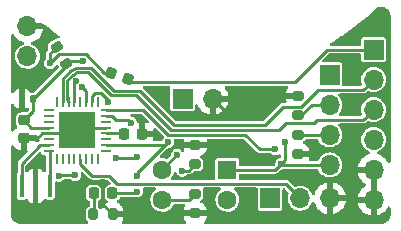
<source format=gbr>
%TF.GenerationSoftware,KiCad,Pcbnew,(6.0.0)*%
%TF.CreationDate,2022-03-25T10:47:18+03:00*%
%TF.ProjectId,SmartTap,536d6172-7454-4617-902e-6b696361645f,1*%
%TF.SameCoordinates,Original*%
%TF.FileFunction,Copper,L1,Top*%
%TF.FilePolarity,Positive*%
%FSLAX46Y46*%
G04 Gerber Fmt 4.6, Leading zero omitted, Abs format (unit mm)*
G04 Created by KiCad (PCBNEW (6.0.0)) date 2022-03-25 10:47:18*
%MOMM*%
%LPD*%
G01*
G04 APERTURE LIST*
G04 Aperture macros list*
%AMRoundRect*
0 Rectangle with rounded corners*
0 $1 Rounding radius*
0 $2 $3 $4 $5 $6 $7 $8 $9 X,Y pos of 4 corners*
0 Add a 4 corners polygon primitive as box body*
4,1,4,$2,$3,$4,$5,$6,$7,$8,$9,$2,$3,0*
0 Add four circle primitives for the rounded corners*
1,1,$1+$1,$2,$3*
1,1,$1+$1,$4,$5*
1,1,$1+$1,$6,$7*
1,1,$1+$1,$8,$9*
0 Add four rect primitives between the rounded corners*
20,1,$1+$1,$2,$3,$4,$5,0*
20,1,$1+$1,$4,$5,$6,$7,0*
20,1,$1+$1,$6,$7,$8,$9,0*
20,1,$1+$1,$8,$9,$2,$3,0*%
G04 Aperture macros list end*
%TA.AperFunction,SMDPad,CuDef*%
%ADD10RoundRect,0.218750X-0.218750X-0.256250X0.218750X-0.256250X0.218750X0.256250X-0.218750X0.256250X0*%
%TD*%
%TA.AperFunction,SMDPad,CuDef*%
%ADD11RoundRect,0.140000X-0.140000X-0.170000X0.140000X-0.170000X0.140000X0.170000X-0.140000X0.170000X0*%
%TD*%
%TA.AperFunction,SMDPad,CuDef*%
%ADD12RoundRect,0.200000X0.275000X-0.200000X0.275000X0.200000X-0.275000X0.200000X-0.275000X-0.200000X0*%
%TD*%
%TA.AperFunction,SMDPad,CuDef*%
%ADD13RoundRect,0.225000X0.225000X0.250000X-0.225000X0.250000X-0.225000X-0.250000X0.225000X-0.250000X0*%
%TD*%
%TA.AperFunction,SMDPad,CuDef*%
%ADD14RoundRect,0.225000X0.250000X-0.225000X0.250000X0.225000X-0.250000X0.225000X-0.250000X-0.225000X0*%
%TD*%
%TA.AperFunction,SMDPad,CuDef*%
%ADD15RoundRect,0.200000X-0.200000X-0.275000X0.200000X-0.275000X0.200000X0.275000X-0.200000X0.275000X0*%
%TD*%
%TA.AperFunction,SMDPad,CuDef*%
%ADD16RoundRect,0.200000X-0.338157X0.035705X-0.138157X-0.310705X0.338157X-0.035705X0.138157X0.310705X0*%
%TD*%
%TA.AperFunction,SMDPad,CuDef*%
%ADD17RoundRect,0.062500X-0.375000X-0.062500X0.375000X-0.062500X0.375000X0.062500X-0.375000X0.062500X0*%
%TD*%
%TA.AperFunction,SMDPad,CuDef*%
%ADD18RoundRect,0.062500X-0.062500X-0.375000X0.062500X-0.375000X0.062500X0.375000X-0.062500X0.375000X0*%
%TD*%
%TA.AperFunction,SMDPad,CuDef*%
%ADD19R,3.100000X3.100000*%
%TD*%
%TA.AperFunction,ComponentPad*%
%ADD20O,1.700000X1.700000*%
%TD*%
%TA.AperFunction,SMDPad,CuDef*%
%ADD21RoundRect,0.225000X-0.296936X-0.157969X0.125926X-0.311878X0.296936X0.157969X-0.125926X0.311878X0*%
%TD*%
%TA.AperFunction,ComponentPad*%
%ADD22R,1.700000X1.700000*%
%TD*%
%TA.AperFunction,SMDPad,CuDef*%
%ADD23R,0.400000X1.900000*%
%TD*%
%TA.AperFunction,ComponentPad*%
%ADD24R,1.600000X1.600000*%
%TD*%
%TA.AperFunction,ComponentPad*%
%ADD25C,1.600000*%
%TD*%
%TA.AperFunction,ViaPad*%
%ADD26C,0.600000*%
%TD*%
%TA.AperFunction,Conductor*%
%ADD27C,0.250000*%
%TD*%
G04 APERTURE END LIST*
D10*
%TO.P,D3,1,K*%
%TO.N,Net-(D3-Pad1)*%
X187390794Y-121705794D03*
%TO.P,D3,2,A*%
%TO.N,+3.7V_BAT*%
X188965794Y-121705794D03*
%TD*%
D11*
%TO.P,C3,1*%
%TO.N,GND*%
X181323294Y-113705794D03*
%TO.P,C3,2*%
%TO.N,+3.7V_BAT*%
X182283294Y-113705794D03*
%TD*%
D12*
%TO.P,R8,1*%
%TO.N,BOTTOM_IR*%
X195978294Y-119255794D03*
%TO.P,R8,2*%
%TO.N,GND*%
X195978294Y-117605794D03*
%TD*%
%TO.P,R9,1*%
%TO.N,GND*%
X204678294Y-118430794D03*
%TO.P,R9,2*%
%TO.N,Net-(J5-Pad3)*%
X204678294Y-116780794D03*
%TD*%
D13*
%TO.P,C2,1*%
%TO.N,GND*%
X191483294Y-116725794D03*
%TO.P,C2,2*%
%TO.N,Net-(C2-Pad2)*%
X189933294Y-116725794D03*
%TD*%
D14*
%TO.P,C5,1*%
%TO.N,GND*%
X181478294Y-117080794D03*
%TO.P,C5,2*%
%TO.N,+3.7V_BAT*%
X181478294Y-115530794D03*
%TD*%
D15*
%TO.P,R5,1*%
%TO.N,Net-(D3-Pad1)*%
X187328294Y-123505794D03*
%TO.P,R5,2*%
%TO.N,GND*%
X188978294Y-123505794D03*
%TD*%
D16*
%TO.P,R4,1*%
%TO.N,Net-(C6-Pad1)*%
X184253294Y-109305794D03*
%TO.P,R4,2*%
%TO.N,+3.7V_BAT*%
X185078294Y-110734736D03*
%TD*%
D17*
%TO.P,U2,1,PD3*%
%TO.N,unconnected-(U2-Pad1)*%
X183565794Y-114655794D03*
%TO.P,U2,2,PD4*%
%TO.N,unconnected-(U2-Pad2)*%
X183565794Y-115155794D03*
%TO.P,U2,3,PE0*%
%TO.N,unconnected-(U2-Pad3)*%
X183565794Y-115655794D03*
%TO.P,U2,4,VCC*%
%TO.N,+3.7V_BAT*%
X183565794Y-116155794D03*
%TO.P,U2,5,GND*%
%TO.N,GND*%
X183565794Y-116655794D03*
%TO.P,U2,6,PE1*%
%TO.N,unconnected-(U2-Pad6)*%
X183565794Y-117155794D03*
%TO.P,U2,7,XTAL1/PB6*%
%TO.N,Net-(U2-Pad7)*%
X183565794Y-117655794D03*
%TO.P,U2,8,XTAL2/PB7*%
%TO.N,Net-(U2-Pad8)*%
X183565794Y-118155794D03*
D18*
%TO.P,U2,9,PD5*%
%TO.N,unconnected-(U2-Pad9)*%
X184253294Y-118843294D03*
%TO.P,U2,10,PD6*%
%TO.N,unconnected-(U2-Pad10)*%
X184753294Y-118843294D03*
%TO.P,U2,11,PD7*%
%TO.N,unconnected-(U2-Pad11)*%
X185253294Y-118843294D03*
%TO.P,U2,12,PB0*%
%TO.N,unconnected-(U2-Pad12)*%
X185753294Y-118843294D03*
%TO.P,U2,13,PB1*%
%TO.N,SERVO_PWM*%
X186253294Y-118843294D03*
%TO.P,U2,14,PB2*%
%TO.N,unconnected-(U2-Pad14)*%
X186753294Y-118843294D03*
%TO.P,U2,15,PB3*%
%TO.N,unconnected-(U2-Pad15)*%
X187253294Y-118843294D03*
%TO.P,U2,16,PB4*%
%TO.N,unconnected-(U2-Pad16)*%
X187753294Y-118843294D03*
D17*
%TO.P,U2,17,PB5*%
%TO.N,unconnected-(U2-Pad17)*%
X188440794Y-118155794D03*
%TO.P,U2,18,AVCC*%
%TO.N,+3.7V_BAT*%
X188440794Y-117655794D03*
%TO.P,U2,19,PE2*%
%TO.N,unconnected-(U2-Pad19)*%
X188440794Y-117155794D03*
%TO.P,U2,20,AREF*%
%TO.N,Net-(C2-Pad2)*%
X188440794Y-116655794D03*
%TO.P,U2,21,GND*%
%TO.N,GND*%
X188440794Y-116155794D03*
%TO.P,U2,22,PE3*%
%TO.N,unconnected-(U2-Pad22)*%
X188440794Y-115655794D03*
%TO.P,U2,23,PC0*%
%TO.N,BOTTOM_IR*%
X188440794Y-115155794D03*
%TO.P,U2,24,PC1*%
%TO.N,SIDE_IR*%
X188440794Y-114655794D03*
D18*
%TO.P,U2,25,PC2*%
%TO.N,unconnected-(U2-Pad25)*%
X187753294Y-113968294D03*
%TO.P,U2,26,PC3*%
%TO.N,+3.7V_BAT*%
X187253294Y-113968294D03*
%TO.P,U2,27,PC4*%
%TO.N,Net-(D4-Pad2)*%
X186753294Y-113968294D03*
%TO.P,U2,28,PC5*%
%TO.N,unconnected-(U2-Pad28)*%
X186253294Y-113968294D03*
%TO.P,U2,29,~{RESET}/PC6*%
%TO.N,Net-(C6-Pad1)*%
X185753294Y-113968294D03*
%TO.P,U2,30,PD0*%
%TO.N,RX*%
X185253294Y-113968294D03*
%TO.P,U2,31,PD1*%
%TO.N,TX*%
X184753294Y-113968294D03*
%TO.P,U2,32,PD2*%
%TO.N,unconnected-(U2-Pad32)*%
X184253294Y-113968294D03*
D19*
%TO.P,U2,33,GND*%
%TO.N,GND*%
X186003294Y-116405794D03*
%TD*%
D20*
%TO.P,J6,1,Pin_1*%
%TO.N,Net-(C6-Pad1)*%
X181778294Y-110123294D03*
%TO.P,J6,2,Pin_2*%
%TO.N,GND*%
X181778294Y-107583294D03*
%TD*%
D21*
%TO.P,C6,1*%
%TO.N,Net-(C6-Pad1)*%
X188850032Y-111540728D03*
%TO.P,C6,2*%
%TO.N,DTR*%
X190306556Y-112070860D03*
%TD*%
D22*
%TO.P,J3,1,Pin_1*%
%TO.N,DTR*%
X211078294Y-109555794D03*
D20*
%TO.P,J3,2,Pin_2*%
%TO.N,TX*%
X211078294Y-112095794D03*
%TO.P,J3,3,Pin_3*%
%TO.N,RX*%
X211078294Y-114635794D03*
%TO.P,J3,4,Pin_4*%
%TO.N,+5V*%
X211078294Y-117175794D03*
%TO.P,J3,5,Pin_5*%
%TO.N,GND*%
X211078294Y-119715794D03*
%TO.P,J3,6,Pin_6*%
X211078294Y-122255794D03*
%TD*%
D22*
%TO.P,J4,1,Pin_1*%
%TO.N,+5V_BOOSTED*%
X202318294Y-122135794D03*
D20*
%TO.P,J4,2,Pin_2*%
%TO.N,SERVO_PWM*%
X204858294Y-122135794D03*
%TO.P,J4,3,Pin_3*%
%TO.N,GND*%
X207398294Y-122135794D03*
%TD*%
D22*
%TO.P,J5,1,Pin_1*%
%TO.N,+5V_BOOSTED*%
X207378294Y-111695794D03*
D20*
%TO.P,J5,2,Pin_2*%
%TO.N,SIDE_IR*%
X207378294Y-114235794D03*
%TO.P,J5,3,Pin_3*%
%TO.N,Net-(J5-Pad3)*%
X207378294Y-116775794D03*
%TO.P,J5,4,Pin_4*%
%TO.N,+5V_BOOSTED*%
X207378294Y-119315794D03*
%TD*%
D12*
%TO.P,R7,1*%
%TO.N,GND*%
X195978294Y-123430794D03*
%TO.P,R7,2*%
%TO.N,Net-(R7-Pad2)*%
X195978294Y-121780794D03*
%TD*%
D22*
%TO.P,J2,1,Pin_1*%
%TO.N,+3.7V_BAT*%
X194908294Y-113705794D03*
D20*
%TO.P,J2,2,Pin_2*%
%TO.N,GND*%
X197448294Y-113705794D03*
%TD*%
D23*
%TO.P,Y1,1,1*%
%TO.N,Net-(U2-Pad8)*%
X183678294Y-121105794D03*
%TO.P,Y1,2,2*%
%TO.N,GND*%
X182478294Y-121105794D03*
%TO.P,Y1,3,3*%
%TO.N,Net-(U2-Pad7)*%
X181278294Y-121105794D03*
%TD*%
D12*
%TO.P,R10,1*%
%TO.N,SIDE_IR*%
X204678294Y-115105794D03*
%TO.P,R10,2*%
%TO.N,GND*%
X204678294Y-113455794D03*
%TD*%
D24*
%TO.P,U4,1*%
%TO.N,+5V_BOOSTED*%
X198695794Y-119735794D03*
D25*
%TO.P,U4,2*%
%TO.N,BOTTOM_IR*%
X198695794Y-122275794D03*
%TO.P,U4,3*%
%TO.N,Net-(R7-Pad2)*%
X193195794Y-122275794D03*
%TO.P,U4,4*%
%TO.N,+5V_BOOSTED*%
X193195794Y-119735794D03*
%TD*%
D26*
%TO.N,GND*%
X199768294Y-113285794D03*
X188198294Y-120805794D03*
X209188294Y-110535794D03*
X209538294Y-123795794D03*
X200528294Y-118455794D03*
X200628294Y-121785794D03*
X208758294Y-117915794D03*
X181208294Y-112085794D03*
X191438294Y-115415794D03*
X190768294Y-123375794D03*
X181018294Y-118445794D03*
X198768294Y-115285794D03*
%TO.N,+3.7V_BAT*%
X191058294Y-121575794D03*
X193678294Y-117405794D03*
X186478294Y-110515794D03*
X188627794Y-114031294D03*
X191058294Y-120275794D03*
%TO.N,+5V*%
X189238294Y-118704367D03*
X191058294Y-118685794D03*
X184433274Y-120230814D03*
X185808294Y-120195794D03*
%TO.N,BOTTOM_IR*%
X190527794Y-115731294D03*
X194878294Y-119805794D03*
%TO.N,SIDE_IR*%
X202778294Y-118005794D03*
%TO.N,Net-(C6-Pad1)*%
X183678294Y-110705794D03*
X185899604Y-112177104D03*
%TO.N,+5V_BOOSTED*%
X203278294Y-119205794D03*
X203578294Y-117405794D03*
X194419883Y-118464205D03*
%TO.N,Net-(D4-Pad2)*%
X186408369Y-112685869D03*
%TD*%
D27*
%TO.N,GND*%
X189108294Y-123375794D02*
X188978294Y-123505794D01*
X198768294Y-115285794D02*
X198768294Y-115025794D01*
X183565794Y-116655794D02*
X185753294Y-116655794D01*
X204678294Y-113455794D02*
X204838294Y-113455794D01*
X182558294Y-117085794D02*
X181483294Y-117085794D01*
X198768294Y-115025794D02*
X197448294Y-113705794D01*
X191438294Y-115415794D02*
X191438294Y-116680794D01*
X188198294Y-120805794D02*
X188198294Y-122725794D01*
X191438294Y-116680794D02*
X191483294Y-116725794D01*
X186253294Y-116155794D02*
X186003294Y-116405794D01*
X182988294Y-116655794D02*
X182558294Y-117085794D01*
X188198294Y-122725794D02*
X188978294Y-123505794D01*
X188440794Y-116155794D02*
X186253294Y-116155794D01*
X181483294Y-117085794D02*
X181478294Y-117080794D01*
X185753294Y-116655794D02*
X186003294Y-116405794D01*
X183565794Y-116655794D02*
X182988294Y-116655794D01*
%TO.N,+3.7V_BAT*%
X182283294Y-113700794D02*
X182283294Y-113705794D01*
X187530486Y-113206274D02*
X187253294Y-113483466D01*
X190928294Y-121705794D02*
X191058294Y-121575794D01*
X188440794Y-117655794D02*
X193428294Y-117655794D01*
X185078294Y-110734736D02*
X185078294Y-110905794D01*
X186478294Y-110515794D02*
X185297236Y-110515794D01*
X191058294Y-120275794D02*
X191058294Y-120025794D01*
X185078294Y-110905794D02*
X182283294Y-113700794D01*
X182283294Y-114725794D02*
X181478294Y-115530794D01*
X187978774Y-113206274D02*
X187530486Y-113206274D01*
X182103294Y-116155794D02*
X183565794Y-116155794D01*
X188965794Y-121705794D02*
X190928294Y-121705794D01*
X188627794Y-114031294D02*
X188627794Y-113855294D01*
X188627794Y-113855294D02*
X187978774Y-113206274D01*
X187253294Y-113483466D02*
X187253294Y-113968294D01*
X185297236Y-110515794D02*
X185078294Y-110734736D01*
X181478294Y-115530794D02*
X182103294Y-116155794D01*
X182283294Y-113705794D02*
X182283294Y-114725794D01*
X191058294Y-120025794D02*
X193678294Y-117405794D01*
X193428294Y-117655794D02*
X193678294Y-117405794D01*
%TO.N,+5V*%
X184433274Y-120230814D02*
X184468294Y-120195794D01*
X191039721Y-118704367D02*
X191058294Y-118685794D01*
X189238294Y-118704367D02*
X191039721Y-118704367D01*
X184468294Y-120195794D02*
X185808294Y-120195794D01*
%TO.N,Net-(D3-Pad1)*%
X187390794Y-121705794D02*
X187390794Y-123443294D01*
X187390794Y-123443294D02*
X187328294Y-123505794D01*
%TO.N,SERVO_PWM*%
X189328774Y-120906274D02*
X188658294Y-120235794D01*
X203628774Y-120906274D02*
X189328774Y-120906274D01*
X186253294Y-119214985D02*
X186253294Y-118843294D01*
X187274103Y-120235794D02*
X186253294Y-119214985D01*
X188658294Y-120235794D02*
X187274103Y-120235794D01*
X204858294Y-122135794D02*
X203628774Y-120906274D01*
%TO.N,Net-(R7-Pad2)*%
X195978294Y-121780794D02*
X195483294Y-122275794D01*
X195483294Y-122275794D02*
X193195794Y-122275794D01*
%TO.N,BOTTOM_IR*%
X195428294Y-119805794D02*
X195978294Y-119255794D01*
X189302805Y-115530305D02*
X188928294Y-115155794D01*
X190326805Y-115530305D02*
X189302805Y-115530305D01*
X188928294Y-115155794D02*
X188440794Y-115155794D01*
X190527794Y-115731294D02*
X190326805Y-115530305D01*
X194878294Y-119805794D02*
X195428294Y-119805794D01*
%TO.N,Net-(J5-Pad3)*%
X207378294Y-116775794D02*
X204683294Y-116775794D01*
X204683294Y-116775794D02*
X204678294Y-116780794D01*
%TO.N,SIDE_IR*%
X201478294Y-118005794D02*
X200238294Y-116765794D01*
X191568294Y-114655794D02*
X188440794Y-114655794D01*
X207378294Y-114235794D02*
X205848294Y-114235794D01*
X204978294Y-115105794D02*
X204678294Y-115105794D01*
X202778294Y-118005794D02*
X201478294Y-118005794D01*
X205848294Y-114235794D02*
X204978294Y-115105794D01*
X200238294Y-116765794D02*
X193678294Y-116765794D01*
X193678294Y-116765794D02*
X191568294Y-114655794D01*
%TO.N,Net-(C2-Pad2)*%
X189863294Y-116655794D02*
X189933294Y-116725794D01*
X188440794Y-116655794D02*
X189863294Y-116655794D01*
%TO.N,Net-(C6-Pad1)*%
X183678294Y-109880794D02*
X183678294Y-110705794D01*
X188273284Y-111540728D02*
X188850032Y-111540728D01*
X184253294Y-109305794D02*
X183678294Y-109880794D01*
X185753294Y-112323414D02*
X185753294Y-113968294D01*
X186698350Y-109965794D02*
X188273284Y-111540728D01*
X184418294Y-109965794D02*
X186698350Y-109965794D01*
X183678294Y-110705794D02*
X184418294Y-109965794D01*
X185899604Y-112177104D02*
X185753294Y-112323414D01*
%TO.N,DTR*%
X204419272Y-112305794D02*
X190541490Y-112305794D01*
X211078294Y-109555794D02*
X207169272Y-109555794D01*
X190541490Y-112305794D02*
X190306556Y-112070860D01*
X207169272Y-109555794D02*
X204419272Y-112305794D01*
%TO.N,+5V_BOOSTED*%
X203278294Y-119205794D02*
X203388294Y-119315794D01*
X203278294Y-119205794D02*
X202748294Y-119735794D01*
X203278294Y-119205794D02*
X203578294Y-118905794D01*
X202748294Y-119735794D02*
X198695794Y-119735794D01*
X194419883Y-118464205D02*
X193195794Y-119688294D01*
X203388294Y-119315794D02*
X207378294Y-119315794D01*
X203578294Y-118905794D02*
X203578294Y-117405794D01*
X193195794Y-119688294D02*
X193195794Y-119735794D01*
%TO.N,Net-(D4-Pad2)*%
X186408369Y-112685869D02*
X186753294Y-113030794D01*
X186753294Y-113030794D02*
X186753294Y-113968294D01*
%TO.N,TX*%
X194168294Y-115925794D02*
X191279763Y-113037263D01*
X210228294Y-112945794D02*
X206405077Y-112945794D01*
X191279763Y-113037263D02*
X189077622Y-113037263D01*
X211078294Y-112095794D02*
X210228294Y-112945794D01*
X201858294Y-115925794D02*
X194168294Y-115925794D01*
X185866866Y-111116058D02*
X185396416Y-111387672D01*
X204969597Y-114381274D02*
X203402814Y-114381274D01*
X187146153Y-111105794D02*
X185877130Y-111105794D01*
X203402814Y-114381274D02*
X201858294Y-115925794D01*
X185396416Y-111387672D02*
X184753294Y-112030794D01*
X185877130Y-111105794D02*
X185866866Y-111116058D01*
X189077622Y-113037263D02*
X187146153Y-111105794D01*
X206405077Y-112945794D02*
X204969597Y-114381274D01*
X184753294Y-112030794D02*
X184753294Y-113968294D01*
%TO.N,RX*%
X206275077Y-115485794D02*
X210228294Y-115485794D01*
X188815001Y-113406783D02*
X190969283Y-113406783D01*
X185148294Y-112158374D02*
X185623305Y-111683363D01*
X203067334Y-116365794D02*
X203682814Y-115750314D01*
X190969283Y-113406783D02*
X193928294Y-116365794D01*
X193928294Y-116365794D02*
X203067334Y-116365794D01*
X185983656Y-111475314D02*
X186879955Y-111475314D01*
X185253294Y-113968294D02*
X185148294Y-113863294D01*
X206010557Y-115750314D02*
X206275077Y-115485794D01*
X185148294Y-113863294D02*
X185148294Y-112158374D01*
X188164972Y-112756754D02*
X188815001Y-113406783D01*
X203682814Y-115750314D02*
X206010557Y-115750314D01*
X210228294Y-115485794D02*
X211078294Y-114635794D01*
X185623305Y-111683363D02*
X185983656Y-111475314D01*
X186879955Y-111475314D02*
X188161395Y-112756754D01*
X188161395Y-112756754D02*
X188164972Y-112756754D01*
%TO.N,Net-(U2-Pad7)*%
X181278294Y-119205794D02*
X181278294Y-121105794D01*
X182828294Y-117655794D02*
X181278294Y-119205794D01*
X183565794Y-117655794D02*
X182828294Y-117655794D01*
%TO.N,Net-(U2-Pad8)*%
X183678294Y-118268294D02*
X183678294Y-121105794D01*
X183565794Y-118155794D02*
X183678294Y-118268294D01*
%TD*%
%TA.AperFunction,Conductor*%
%TO.N,GND*%
G36*
X182621376Y-116851238D02*
G01*
X182642561Y-116885532D01*
X182689303Y-116998376D01*
X182697490Y-117012557D01*
X182778881Y-117118629D01*
X182790804Y-117130551D01*
X182824831Y-117192862D01*
X182819768Y-117263678D01*
X182777223Y-117320515D01*
X182736038Y-117338347D01*
X182736465Y-117339521D01*
X182726103Y-117343292D01*
X182715249Y-117345206D01*
X182705705Y-117350716D01*
X182702428Y-117351909D01*
X182699260Y-117353386D01*
X182688610Y-117356240D01*
X182665715Y-117372272D01*
X182657750Y-117377849D01*
X182648477Y-117383756D01*
X182634925Y-117391580D01*
X182565930Y-117408317D01*
X182498838Y-117385096D01*
X182471647Y-117350518D01*
X182455429Y-117336465D01*
X182447746Y-117334794D01*
X181750409Y-117334794D01*
X181735170Y-117339269D01*
X181733965Y-117340659D01*
X181732294Y-117348342D01*
X181732294Y-118020679D01*
X181736769Y-118035918D01*
X181760093Y-118056128D01*
X181779078Y-118066495D01*
X181813103Y-118128808D01*
X181808037Y-118199624D01*
X181779077Y-118244685D01*
X181062079Y-118961683D01*
X181053975Y-118969110D01*
X181025100Y-118993339D01*
X181019587Y-119002888D01*
X181006255Y-119025979D01*
X181000349Y-119035250D01*
X180978740Y-119066110D01*
X180975886Y-119076760D01*
X180974409Y-119079928D01*
X180973217Y-119083204D01*
X180967706Y-119092749D01*
X180961756Y-119126493D01*
X180961164Y-119129852D01*
X180958786Y-119140579D01*
X180949030Y-119176987D01*
X180949991Y-119187972D01*
X180949991Y-119187974D01*
X180952314Y-119214522D01*
X180952794Y-119225504D01*
X180952794Y-119944506D01*
X180931559Y-120014509D01*
X180905891Y-120052924D01*
X180889427Y-120077563D01*
X180887006Y-120089732D01*
X180887006Y-120089733D01*
X180883039Y-120109679D01*
X180877794Y-120136046D01*
X180877794Y-122075542D01*
X180889427Y-122134025D01*
X180933742Y-122200346D01*
X181000063Y-122244661D01*
X181012232Y-122247082D01*
X181012233Y-122247082D01*
X181052478Y-122255087D01*
X181058546Y-122256294D01*
X181498042Y-122256294D01*
X181504110Y-122255087D01*
X181544355Y-122247082D01*
X181544356Y-122247082D01*
X181556525Y-122244661D01*
X181622846Y-122200346D01*
X181625126Y-122203758D01*
X181667361Y-122180695D01*
X181738176Y-122185760D01*
X181795012Y-122228307D01*
X181812126Y-122259587D01*
X181824969Y-122293846D01*
X181833508Y-122309443D01*
X181910009Y-122411518D01*
X181922570Y-122424079D01*
X182024645Y-122500580D01*
X182040240Y-122509118D01*
X182160688Y-122554272D01*
X182175943Y-122557899D01*
X182226808Y-122563425D01*
X182233622Y-122563794D01*
X182260179Y-122563794D01*
X182275418Y-122559319D01*
X182276623Y-122557929D01*
X182278294Y-122550246D01*
X182278294Y-119665910D01*
X182273819Y-119650671D01*
X182272429Y-119649466D01*
X182264746Y-119647795D01*
X182233625Y-119647795D01*
X182226804Y-119648165D01*
X182175942Y-119653689D01*
X182160690Y-119657315D01*
X182040240Y-119702470D01*
X182024645Y-119711008D01*
X181922570Y-119787509D01*
X181910009Y-119800070D01*
X181830620Y-119905999D01*
X181773761Y-119948514D01*
X181702943Y-119953540D01*
X181640649Y-119919480D01*
X181606659Y-119857149D01*
X181603794Y-119830434D01*
X181603794Y-119392810D01*
X181623796Y-119324689D01*
X181640699Y-119303715D01*
X182723352Y-118221062D01*
X182785664Y-118187036D01*
X182856479Y-118192101D01*
X182913315Y-118234648D01*
X182936026Y-118285577D01*
X182939959Y-118305348D01*
X182943054Y-118320911D01*
X182949948Y-118331228D01*
X182949948Y-118331229D01*
X182992451Y-118394839D01*
X183001182Y-118407906D01*
X183011498Y-118414799D01*
X183077860Y-118459141D01*
X183077862Y-118459142D01*
X183088177Y-118466034D01*
X183100344Y-118468454D01*
X183100346Y-118468455D01*
X183135227Y-118475393D01*
X183164893Y-118481294D01*
X183226794Y-118481294D01*
X183294915Y-118501296D01*
X183341408Y-118554952D01*
X183352794Y-118607294D01*
X183352794Y-119830434D01*
X183332792Y-119898555D01*
X183279136Y-119945048D01*
X183208862Y-119955152D01*
X183144282Y-119925658D01*
X183125968Y-119905999D01*
X183046579Y-119800070D01*
X183034018Y-119787509D01*
X182931943Y-119711008D01*
X182916348Y-119702470D01*
X182795900Y-119657316D01*
X182780645Y-119653689D01*
X182729780Y-119648163D01*
X182722966Y-119647794D01*
X182696409Y-119647794D01*
X182681170Y-119652269D01*
X182679965Y-119653659D01*
X182678294Y-119661342D01*
X182678294Y-122545678D01*
X182682769Y-122560917D01*
X182684159Y-122562122D01*
X182691842Y-122563793D01*
X182722963Y-122563793D01*
X182729784Y-122563423D01*
X182780646Y-122557899D01*
X182795898Y-122554273D01*
X182916348Y-122509118D01*
X182931943Y-122500580D01*
X183034018Y-122424079D01*
X183046579Y-122411518D01*
X183123080Y-122309443D01*
X183131619Y-122293846D01*
X183144462Y-122259587D01*
X183187103Y-122202822D01*
X183253664Y-122178122D01*
X183323013Y-122193329D01*
X183333284Y-122201031D01*
X183333742Y-122200346D01*
X183400063Y-122244661D01*
X183412232Y-122247082D01*
X183412233Y-122247082D01*
X183452478Y-122255087D01*
X183458546Y-122256294D01*
X183898042Y-122256294D01*
X183904110Y-122255087D01*
X183944355Y-122247082D01*
X183944356Y-122247082D01*
X183956525Y-122244661D01*
X184022846Y-122200346D01*
X184067161Y-122134025D01*
X184078794Y-122075542D01*
X184078794Y-120815837D01*
X184098796Y-120747716D01*
X184152452Y-120701223D01*
X184222726Y-120691119D01*
X184242359Y-120695568D01*
X184352431Y-120729956D01*
X184361403Y-120730120D01*
X184361406Y-120730121D01*
X184426737Y-120731318D01*
X184495773Y-120732584D01*
X184504807Y-120730121D01*
X184625432Y-120697235D01*
X184625434Y-120697234D01*
X184634091Y-120694874D01*
X184756265Y-120619859D01*
X184807967Y-120562739D01*
X184868511Y-120525658D01*
X184901383Y-120521294D01*
X185369330Y-120521294D01*
X185437451Y-120541296D01*
X185458703Y-120559992D01*
X185458797Y-120559887D01*
X185465484Y-120565866D01*
X185471264Y-120572742D01*
X185522308Y-120606720D01*
X185559515Y-120631487D01*
X185590607Y-120652184D01*
X185727451Y-120694936D01*
X185736423Y-120695100D01*
X185736426Y-120695101D01*
X185801757Y-120696298D01*
X185870793Y-120697564D01*
X185879827Y-120695101D01*
X186000452Y-120662215D01*
X186000454Y-120662214D01*
X186009111Y-120659854D01*
X186131285Y-120584839D01*
X186138372Y-120577010D01*
X186221472Y-120485201D01*
X186227494Y-120478548D01*
X186279759Y-120370673D01*
X186286089Y-120357608D01*
X186286089Y-120357607D01*
X186290004Y-120349527D01*
X186313790Y-120208148D01*
X186313941Y-120195794D01*
X186302968Y-120119173D01*
X186294890Y-120062762D01*
X186294889Y-120062759D01*
X186293617Y-120053876D01*
X186290192Y-120046344D01*
X186290272Y-119975700D01*
X186328724Y-119916017D01*
X186393338Y-119886597D01*
X186463600Y-119896781D01*
X186500223Y-119922240D01*
X187029992Y-120452009D01*
X187037419Y-120460113D01*
X187061648Y-120488988D01*
X187071197Y-120494501D01*
X187094288Y-120507833D01*
X187103559Y-120513739D01*
X187134419Y-120535348D01*
X187145069Y-120538202D01*
X187148237Y-120539679D01*
X187151513Y-120540871D01*
X187161058Y-120546382D01*
X187194802Y-120552332D01*
X187198161Y-120552924D01*
X187208888Y-120555302D01*
X187245296Y-120565058D01*
X187256281Y-120564097D01*
X187256283Y-120564097D01*
X187282831Y-120561774D01*
X187293813Y-120561294D01*
X188471278Y-120561294D01*
X188539399Y-120581296D01*
X188560373Y-120598199D01*
X188779541Y-120817367D01*
X188813567Y-120879679D01*
X188808502Y-120950494D01*
X188765955Y-121007330D01*
X188710158Y-121030910D01*
X188640502Y-121041942D01*
X188625666Y-121044292D01*
X188625665Y-121044292D01*
X188615874Y-121045843D01*
X188497543Y-121106136D01*
X188403636Y-121200043D01*
X188343343Y-121318374D01*
X188327794Y-121416548D01*
X188327794Y-121995040D01*
X188343343Y-122093214D01*
X188403636Y-122211545D01*
X188497543Y-122305452D01*
X188506373Y-122309951D01*
X188506377Y-122309954D01*
X188552170Y-122333286D01*
X188603786Y-122382034D01*
X188620852Y-122450949D01*
X188597952Y-122518150D01*
X188542354Y-122562303D01*
X188532648Y-122565787D01*
X188492049Y-122578510D01*
X188478306Y-122584715D01*
X188344720Y-122665618D01*
X188332851Y-122674925D01*
X188222425Y-122785351D01*
X188213118Y-122797220D01*
X188132215Y-122930806D01*
X188126009Y-122944551D01*
X188106350Y-123007284D01*
X188066893Y-123066306D01*
X188001789Y-123094626D01*
X187931709Y-123083253D01*
X187878903Y-123035797D01*
X187873849Y-123026807D01*
X187860846Y-123001286D01*
X187860843Y-123001282D01*
X187856344Y-122992452D01*
X187766636Y-122902744D01*
X187765355Y-122902091D01*
X187724878Y-122849597D01*
X187716294Y-122803886D01*
X187716294Y-122455401D01*
X187736296Y-122387280D01*
X187785091Y-122343135D01*
X187850208Y-122309956D01*
X187850214Y-122309952D01*
X187859045Y-122305452D01*
X187952952Y-122211545D01*
X188013245Y-122093214D01*
X188028794Y-121995040D01*
X188028794Y-121416548D01*
X188013245Y-121318374D01*
X187952952Y-121200043D01*
X187859045Y-121106136D01*
X187740714Y-121045843D01*
X187642540Y-121030294D01*
X187139048Y-121030294D01*
X187040874Y-121045843D01*
X186922543Y-121106136D01*
X186828636Y-121200043D01*
X186768343Y-121318374D01*
X186752794Y-121416548D01*
X186752794Y-121995040D01*
X186768343Y-122093214D01*
X186828636Y-122211545D01*
X186922543Y-122305452D01*
X186931374Y-122309952D01*
X186931380Y-122309956D01*
X186996497Y-122343135D01*
X187048112Y-122391883D01*
X187065294Y-122455401D01*
X187065294Y-122736189D01*
X187045292Y-122804310D01*
X186996497Y-122848456D01*
X186898785Y-122898243D01*
X186898783Y-122898244D01*
X186889952Y-122902744D01*
X186800244Y-122992452D01*
X186742648Y-123105490D01*
X186741098Y-123115279D01*
X186741097Y-123115281D01*
X186740216Y-123120842D01*
X186727794Y-123199275D01*
X186727795Y-123812312D01*
X186728570Y-123817205D01*
X186728570Y-123817206D01*
X186741012Y-123895766D01*
X186742648Y-123906098D01*
X186800244Y-124019136D01*
X186889793Y-124108685D01*
X186923819Y-124170997D01*
X186918754Y-124241812D01*
X186876207Y-124298648D01*
X186809687Y-124323459D01*
X186800698Y-124323780D01*
X181225318Y-124323780D01*
X181208101Y-124321826D01*
X181202477Y-124321816D01*
X181188650Y-124318637D01*
X181174811Y-124321769D01*
X181173818Y-124321767D01*
X181161690Y-124321160D01*
X181044570Y-124309626D01*
X181020348Y-124304808D01*
X180894024Y-124266488D01*
X180871205Y-124257037D01*
X180754785Y-124194811D01*
X180734248Y-124181088D01*
X180632205Y-124097346D01*
X180614738Y-124079880D01*
X180611749Y-124076237D01*
X180530994Y-123977839D01*
X180517272Y-123957303D01*
X180504370Y-123933165D01*
X180455043Y-123840885D01*
X180445590Y-123818065D01*
X180445590Y-123818064D01*
X180407268Y-123691738D01*
X180402451Y-123667522D01*
X180390865Y-123549900D01*
X180390284Y-123537868D01*
X180393437Y-123524157D01*
X180390305Y-123510318D01*
X180390314Y-123505426D01*
X180388294Y-123487350D01*
X180388294Y-117784446D01*
X180408296Y-117716325D01*
X180461952Y-117669832D01*
X180532226Y-117659728D01*
X180596806Y-117689222D01*
X180621438Y-117718143D01*
X180646082Y-117757967D01*
X180655118Y-117769368D01*
X180765723Y-117879780D01*
X180777134Y-117888792D01*
X180910174Y-117970798D01*
X180923355Y-117976945D01*
X181072108Y-118026285D01*
X181085484Y-118029152D01*
X181176391Y-118038466D01*
X181182807Y-118038794D01*
X181206179Y-118038794D01*
X181221418Y-118034319D01*
X181222623Y-118032929D01*
X181224294Y-118025246D01*
X181224294Y-116952794D01*
X181244296Y-116884673D01*
X181297952Y-116838180D01*
X181350294Y-116826794D01*
X182443179Y-116826794D01*
X182490654Y-116812854D01*
X182561650Y-116812854D01*
X182621376Y-116851238D01*
G37*
%TD.AperFunction*%
%TA.AperFunction,Conductor*%
G36*
X211798242Y-105921111D02*
G01*
X211938491Y-105948005D01*
X211964056Y-105955793D01*
X212095486Y-106011665D01*
X212118835Y-106024670D01*
X212235526Y-106107007D01*
X212255603Y-106124642D01*
X212273351Y-106143931D01*
X212352302Y-106229739D01*
X212368210Y-106251215D01*
X212440564Y-106374338D01*
X212451585Y-106398685D01*
X212496346Y-106534306D01*
X212501983Y-106560431D01*
X212515879Y-106690699D01*
X212516477Y-106702122D01*
X212513415Y-106715440D01*
X212516547Y-106729281D01*
X212516539Y-106734175D01*
X212518558Y-106752243D01*
X212518558Y-119017530D01*
X212498556Y-119085651D01*
X212444900Y-119132144D01*
X212374626Y-119142248D01*
X212310046Y-119112754D01*
X212281514Y-119077073D01*
X212276393Y-119067523D01*
X212160720Y-118888720D01*
X212154430Y-118880551D01*
X212011100Y-118723034D01*
X212003567Y-118716009D01*
X211836433Y-118584016D01*
X211827846Y-118578311D01*
X211641411Y-118475393D01*
X211631999Y-118471163D01*
X211440325Y-118403287D01*
X211382789Y-118361693D01*
X211356873Y-118295595D01*
X211370807Y-118225979D01*
X211420166Y-118174948D01*
X211448500Y-118163156D01*
X211454084Y-118161597D01*
X211454093Y-118161594D01*
X211460019Y-118159939D01*
X211465508Y-118157166D01*
X211465514Y-118157164D01*
X211598538Y-118089968D01*
X211643904Y-118067052D01*
X211659392Y-118054952D01*
X211767104Y-117970798D01*
X211806245Y-117940218D01*
X211832733Y-117909532D01*
X211936834Y-117788928D01*
X211936834Y-117788927D01*
X211940858Y-117784266D01*
X211961681Y-117747612D01*
X211991454Y-117695201D01*
X212042617Y-117605138D01*
X212107645Y-117409657D01*
X212133465Y-117205268D01*
X212133729Y-117186362D01*
X212133828Y-117179316D01*
X212133828Y-117179312D01*
X212133877Y-117175794D01*
X212113774Y-116970764D01*
X212054229Y-116773543D01*
X211957512Y-116591643D01*
X211867513Y-116481294D01*
X211831200Y-116436769D01*
X211831197Y-116436766D01*
X211827305Y-116431994D01*
X211798188Y-116407906D01*
X211673319Y-116304605D01*
X211673315Y-116304603D01*
X211668569Y-116300676D01*
X211487349Y-116202691D01*
X211290548Y-116141771D01*
X211284423Y-116141127D01*
X211284422Y-116141127D01*
X211091792Y-116120881D01*
X211091790Y-116120881D01*
X211085663Y-116120237D01*
X211008425Y-116127266D01*
X210886636Y-116138349D01*
X210886633Y-116138350D01*
X210880497Y-116138908D01*
X210682866Y-116197074D01*
X210677401Y-116199931D01*
X210616790Y-116231618D01*
X210500296Y-116292520D01*
X210495495Y-116296380D01*
X210495492Y-116296382D01*
X210375046Y-116393223D01*
X210339741Y-116421609D01*
X210207318Y-116579424D01*
X210204350Y-116584822D01*
X210204347Y-116584827D01*
X210145553Y-116691774D01*
X210108070Y-116759956D01*
X210045778Y-116956326D01*
X210045092Y-116962443D01*
X210045091Y-116962447D01*
X210029517Y-117101294D01*
X210022814Y-117161056D01*
X210023330Y-117167200D01*
X210038841Y-117351909D01*
X210040053Y-117366347D01*
X210041752Y-117372272D01*
X210091058Y-117544222D01*
X210096838Y-117564380D01*
X210099653Y-117569857D01*
X210099654Y-117569860D01*
X210174927Y-117716325D01*
X210191006Y-117747612D01*
X210318971Y-117909064D01*
X210323664Y-117913058D01*
X210323665Y-117913059D01*
X210456706Y-118026285D01*
X210475858Y-118042585D01*
X210481236Y-118045591D01*
X210481238Y-118045592D01*
X210560640Y-118089968D01*
X210655692Y-118143091D01*
X210720731Y-118164223D01*
X210779336Y-118204296D01*
X210806974Y-118269692D01*
X210794868Y-118339649D01*
X210746862Y-118391956D01*
X210720940Y-118403821D01*
X210555162Y-118458006D01*
X210545653Y-118462003D01*
X210356757Y-118560336D01*
X210348032Y-118565830D01*
X210177727Y-118693699D01*
X210170020Y-118700542D01*
X210022884Y-118854511D01*
X210016398Y-118862521D01*
X209896392Y-119038443D01*
X209891294Y-119047417D01*
X209801632Y-119240577D01*
X209798069Y-119250264D01*
X209742683Y-119449977D01*
X209744206Y-119458401D01*
X209756586Y-119461794D01*
X211206294Y-119461794D01*
X211274415Y-119481796D01*
X211320908Y-119535452D01*
X211332294Y-119587794D01*
X211332294Y-123574311D01*
X211336358Y-123588153D01*
X211349772Y-123590187D01*
X211356478Y-123589328D01*
X211366556Y-123587186D01*
X211570549Y-123525985D01*
X211580136Y-123522227D01*
X211771389Y-123428533D01*
X211780239Y-123423258D01*
X211953622Y-123299586D01*
X211961494Y-123292933D01*
X212112346Y-123142606D01*
X212119024Y-123134759D01*
X212243297Y-122961814D01*
X212248607Y-122952977D01*
X212279601Y-122890266D01*
X212327715Y-122838059D01*
X212396416Y-122820152D01*
X212463892Y-122842230D01*
X212508721Y-122897285D01*
X212518558Y-122946093D01*
X212518558Y-123486775D01*
X212516605Y-123503983D01*
X212516595Y-123509612D01*
X212513415Y-123523441D01*
X212516547Y-123537281D01*
X212516545Y-123538269D01*
X212515938Y-123550400D01*
X212504401Y-123667519D01*
X212499582Y-123691744D01*
X212461262Y-123818064D01*
X212451809Y-123840885D01*
X212402483Y-123933165D01*
X212389580Y-123957303D01*
X212375858Y-123977839D01*
X212295104Y-124076237D01*
X212292114Y-124079880D01*
X212274647Y-124097346D01*
X212172604Y-124181088D01*
X212152067Y-124194811D01*
X212035647Y-124257037D01*
X212012828Y-124266488D01*
X211886504Y-124304808D01*
X211862280Y-124309626D01*
X211770781Y-124318637D01*
X211744663Y-124321209D01*
X211732630Y-124321790D01*
X211718918Y-124318637D01*
X211705078Y-124321769D01*
X211700190Y-124321760D01*
X211682114Y-124323780D01*
X196865810Y-124323780D01*
X196797689Y-124303778D01*
X196751196Y-124250122D01*
X196741092Y-124179848D01*
X196770586Y-124115268D01*
X196776715Y-124108685D01*
X196809163Y-124076237D01*
X196818470Y-124064368D01*
X196899373Y-123930782D01*
X196905579Y-123917037D01*
X196952550Y-123767150D01*
X196955163Y-123754100D01*
X196960207Y-123699208D01*
X196956819Y-123687670D01*
X196955429Y-123686465D01*
X196947746Y-123684794D01*
X195013410Y-123684794D01*
X194998171Y-123689269D01*
X194996966Y-123690659D01*
X194996003Y-123695088D01*
X195001426Y-123754109D01*
X195004037Y-123767145D01*
X195051009Y-123917037D01*
X195057215Y-123930782D01*
X195138118Y-124064368D01*
X195147425Y-124076237D01*
X195179873Y-124108685D01*
X195213899Y-124170997D01*
X195208834Y-124241812D01*
X195166287Y-124298648D01*
X195099767Y-124323459D01*
X195090778Y-124323780D01*
X189900822Y-124323780D01*
X189832701Y-124303778D01*
X189786208Y-124250122D01*
X189776104Y-124179848D01*
X189793047Y-124132508D01*
X189824370Y-124080788D01*
X189830579Y-124067037D01*
X189877550Y-123917150D01*
X189880163Y-123904100D01*
X189886028Y-123840273D01*
X189886294Y-123834485D01*
X189886294Y-123777909D01*
X189881819Y-123762670D01*
X189880429Y-123761465D01*
X189872746Y-123759794D01*
X188850294Y-123759794D01*
X188782173Y-123739792D01*
X188735680Y-123686136D01*
X188724294Y-123633794D01*
X188724294Y-123377794D01*
X188744296Y-123309673D01*
X188797952Y-123263180D01*
X188850294Y-123251794D01*
X189868178Y-123251794D01*
X189883417Y-123247319D01*
X189884622Y-123245929D01*
X189886293Y-123238246D01*
X189886293Y-123177089D01*
X189886030Y-123171340D01*
X189880162Y-123107479D01*
X189877551Y-123094443D01*
X189830579Y-122944551D01*
X189824373Y-122930806D01*
X189743470Y-122797220D01*
X189734163Y-122785351D01*
X189623737Y-122674925D01*
X189611868Y-122665618D01*
X189478282Y-122584715D01*
X189464543Y-122578512D01*
X189408462Y-122560938D01*
X189349440Y-122521481D01*
X189321119Y-122456378D01*
X189332491Y-122386298D01*
X189379946Y-122333491D01*
X189388937Y-122328437D01*
X189425208Y-122309956D01*
X189425214Y-122309952D01*
X189434045Y-122305452D01*
X189527952Y-122211545D01*
X189584741Y-122100091D01*
X189633490Y-122048476D01*
X189697008Y-122031294D01*
X190818536Y-122031294D01*
X190856109Y-122037027D01*
X190977451Y-122074936D01*
X190986423Y-122075100D01*
X190986426Y-122075101D01*
X191051757Y-122076298D01*
X191120793Y-122077564D01*
X191129827Y-122075101D01*
X191250452Y-122042215D01*
X191250454Y-122042214D01*
X191259111Y-122039854D01*
X191381285Y-121964839D01*
X191477494Y-121858548D01*
X191540004Y-121729527D01*
X191563790Y-121588148D01*
X191563941Y-121575794D01*
X191551301Y-121487533D01*
X191544890Y-121442762D01*
X191544889Y-121442759D01*
X191543617Y-121433876D01*
X191539903Y-121425707D01*
X191539902Y-121425704D01*
X191532728Y-121409926D01*
X191522740Y-121339635D01*
X191552341Y-121275103D01*
X191612131Y-121236819D01*
X191647428Y-121231774D01*
X192539725Y-121231774D01*
X192607846Y-121251776D01*
X192654339Y-121305432D01*
X192664443Y-121375706D01*
X192634949Y-121440286D01*
X192618677Y-121455971D01*
X192607098Y-121465281D01*
X192492394Y-121557505D01*
X192366274Y-121707810D01*
X192363310Y-121713202D01*
X192363307Y-121713206D01*
X192302236Y-121824294D01*
X192271750Y-121879748D01*
X192269889Y-121885615D01*
X192269888Y-121885617D01*
X192249371Y-121950294D01*
X192212422Y-122066772D01*
X192190551Y-122261757D01*
X192206969Y-122457277D01*
X192261052Y-122645885D01*
X192263870Y-122651368D01*
X192347917Y-122814907D01*
X192347920Y-122814911D01*
X192350738Y-122820395D01*
X192472612Y-122974163D01*
X192477305Y-122978157D01*
X192477306Y-122978158D01*
X192600793Y-123083253D01*
X192622032Y-123101329D01*
X192627410Y-123104335D01*
X192627412Y-123104336D01*
X192658292Y-123121594D01*
X192793307Y-123197051D01*
X192979912Y-123257683D01*
X193174740Y-123280915D01*
X193180875Y-123280443D01*
X193180877Y-123280443D01*
X193364228Y-123266335D01*
X193364232Y-123266334D01*
X193370370Y-123265862D01*
X193559350Y-123213097D01*
X193734483Y-123124631D01*
X193744041Y-123117164D01*
X193865070Y-123022606D01*
X193889097Y-123003834D01*
X193904974Y-122985441D01*
X194013279Y-122859967D01*
X194013279Y-122859966D01*
X194017303Y-122855305D01*
X194027100Y-122838059D01*
X194111173Y-122690066D01*
X194111175Y-122690061D01*
X194114219Y-122684703D01*
X194116166Y-122678850D01*
X194117415Y-122676045D01*
X194163395Y-122621949D01*
X194232522Y-122601294D01*
X195033160Y-122601294D01*
X195101281Y-122621296D01*
X195147774Y-122674952D01*
X195157878Y-122745226D01*
X195140936Y-122792565D01*
X195057217Y-122930802D01*
X195051009Y-122944551D01*
X195004038Y-123094438D01*
X195001425Y-123107488D01*
X194996381Y-123162380D01*
X194999769Y-123173918D01*
X195001159Y-123175123D01*
X195008842Y-123176794D01*
X196943178Y-123176794D01*
X196958417Y-123172319D01*
X196959622Y-123170929D01*
X196960585Y-123166500D01*
X196955162Y-123107479D01*
X196952551Y-123094443D01*
X196905579Y-122944551D01*
X196899373Y-122930806D01*
X196818470Y-122797220D01*
X196809163Y-122785351D01*
X196698737Y-122674925D01*
X196686868Y-122665618D01*
X196553282Y-122584715D01*
X196539537Y-122578509D01*
X196476804Y-122558850D01*
X196417782Y-122519393D01*
X196389462Y-122454289D01*
X196400835Y-122384209D01*
X196448291Y-122331403D01*
X196457281Y-122326349D01*
X196482802Y-122313346D01*
X196482806Y-122313343D01*
X196491636Y-122308844D01*
X196581344Y-122219136D01*
X196638940Y-122106098D01*
X196642819Y-122081610D01*
X196649432Y-122039854D01*
X196653794Y-122012313D01*
X196653793Y-121549276D01*
X196638940Y-121455490D01*
X196634437Y-121446653D01*
X196634436Y-121446649D01*
X196618298Y-121414976D01*
X196605194Y-121345199D01*
X196631895Y-121279415D01*
X196689923Y-121238509D01*
X196730565Y-121231774D01*
X198039725Y-121231774D01*
X198107846Y-121251776D01*
X198154339Y-121305432D01*
X198164443Y-121375706D01*
X198134949Y-121440286D01*
X198118677Y-121455971D01*
X198107098Y-121465281D01*
X197992394Y-121557505D01*
X197866274Y-121707810D01*
X197863310Y-121713202D01*
X197863307Y-121713206D01*
X197802236Y-121824294D01*
X197771750Y-121879748D01*
X197769889Y-121885615D01*
X197769888Y-121885617D01*
X197749371Y-121950294D01*
X197712422Y-122066772D01*
X197690551Y-122261757D01*
X197706969Y-122457277D01*
X197761052Y-122645885D01*
X197763870Y-122651368D01*
X197847917Y-122814907D01*
X197847920Y-122814911D01*
X197850738Y-122820395D01*
X197972612Y-122974163D01*
X197977305Y-122978157D01*
X197977306Y-122978158D01*
X198100793Y-123083253D01*
X198122032Y-123101329D01*
X198127410Y-123104335D01*
X198127412Y-123104336D01*
X198158292Y-123121594D01*
X198293307Y-123197051D01*
X198479912Y-123257683D01*
X198674740Y-123280915D01*
X198680875Y-123280443D01*
X198680877Y-123280443D01*
X198864228Y-123266335D01*
X198864232Y-123266334D01*
X198870370Y-123265862D01*
X199059350Y-123213097D01*
X199234483Y-123124631D01*
X199244041Y-123117164D01*
X199365070Y-123022606D01*
X199389097Y-123003834D01*
X199404974Y-122985441D01*
X199513279Y-122859967D01*
X199513279Y-122859966D01*
X199517303Y-122855305D01*
X199614219Y-122684703D01*
X199676152Y-122498526D01*
X199700743Y-122303865D01*
X199701135Y-122275794D01*
X199681988Y-122080522D01*
X199680207Y-122074623D01*
X199680206Y-122074618D01*
X199627059Y-121898587D01*
X199625278Y-121892688D01*
X199533164Y-121719447D01*
X199409155Y-121567396D01*
X199273120Y-121454859D01*
X199233382Y-121396026D01*
X199231759Y-121325047D01*
X199268768Y-121264460D01*
X199332658Y-121233499D01*
X199353435Y-121231774D01*
X201141794Y-121231774D01*
X201209915Y-121251776D01*
X201256408Y-121305432D01*
X201267794Y-121357774D01*
X201267794Y-123005542D01*
X201269001Y-123011610D01*
X201272625Y-123029827D01*
X201279427Y-123064025D01*
X201323742Y-123130346D01*
X201390063Y-123174661D01*
X201402232Y-123177082D01*
X201402233Y-123177082D01*
X201442478Y-123185087D01*
X201448546Y-123186294D01*
X203188042Y-123186294D01*
X203194110Y-123185087D01*
X203234355Y-123177082D01*
X203234356Y-123177082D01*
X203246525Y-123174661D01*
X203312846Y-123130346D01*
X203357161Y-123064025D01*
X203363964Y-123029827D01*
X203367587Y-123011610D01*
X203368794Y-123005542D01*
X203368794Y-121410810D01*
X203388796Y-121342689D01*
X203442452Y-121296196D01*
X203512726Y-121286092D01*
X203577306Y-121315586D01*
X203583889Y-121321715D01*
X203856551Y-121594377D01*
X203890577Y-121656689D01*
X203887558Y-121721570D01*
X203825778Y-121916326D01*
X203825092Y-121922443D01*
X203825091Y-121922447D01*
X203805937Y-122093214D01*
X203802814Y-122121056D01*
X203803330Y-122127200D01*
X203818677Y-122309956D01*
X203820053Y-122326347D01*
X203821752Y-122332272D01*
X203875052Y-122518150D01*
X203876838Y-122524380D01*
X203879653Y-122529857D01*
X203879654Y-122529860D01*
X203968191Y-122702135D01*
X203971006Y-122707612D01*
X204098971Y-122869064D01*
X204103664Y-122873058D01*
X204103665Y-122873059D01*
X204197569Y-122952977D01*
X204255858Y-123002585D01*
X204261236Y-123005591D01*
X204261238Y-123005592D01*
X204291681Y-123022606D01*
X204435692Y-123103091D01*
X204501985Y-123124631D01*
X204625765Y-123164850D01*
X204625769Y-123164851D01*
X204631623Y-123166753D01*
X204836188Y-123191145D01*
X204842323Y-123190673D01*
X204842325Y-123190673D01*
X204914919Y-123185087D01*
X205041594Y-123175340D01*
X205047524Y-123173684D01*
X205047526Y-123173684D01*
X205234091Y-123121594D01*
X205234090Y-123121594D01*
X205240019Y-123119939D01*
X205245508Y-123117166D01*
X205245514Y-123117164D01*
X205418410Y-123029827D01*
X205423904Y-123027052D01*
X205439639Y-123014759D01*
X205581395Y-122904007D01*
X205586245Y-122900218D01*
X205594836Y-122890266D01*
X205716834Y-122748928D01*
X205716834Y-122748927D01*
X205720858Y-122744266D01*
X205725447Y-122736189D01*
X205776746Y-122645885D01*
X205822617Y-122565138D01*
X205828374Y-122547831D01*
X205846790Y-122492472D01*
X205887272Y-122434148D01*
X205952860Y-122406969D01*
X206022731Y-122419564D01*
X206074700Y-122467935D01*
X206089265Y-122504545D01*
X206096858Y-122538238D01*
X206099939Y-122548069D01*
X206180064Y-122745397D01*
X206184707Y-122754588D01*
X206295988Y-122936182D01*
X206302071Y-122944493D01*
X206441507Y-123105461D01*
X206448874Y-123112677D01*
X206612728Y-123248710D01*
X206621175Y-123254625D01*
X206805050Y-123362073D01*
X206814336Y-123366523D01*
X207013295Y-123442497D01*
X207023193Y-123445373D01*
X207126544Y-123466400D01*
X207140593Y-123465204D01*
X207144294Y-123454859D01*
X207144294Y-123454311D01*
X207652294Y-123454311D01*
X207656358Y-123468153D01*
X207669772Y-123470187D01*
X207676478Y-123469328D01*
X207686556Y-123467186D01*
X207890549Y-123405985D01*
X207900136Y-123402227D01*
X208091389Y-123308533D01*
X208100239Y-123303258D01*
X208273622Y-123179586D01*
X208281494Y-123172933D01*
X208432346Y-123022606D01*
X208439024Y-123014759D01*
X208563297Y-122841814D01*
X208568607Y-122832977D01*
X208662964Y-122642061D01*
X208666763Y-122632466D01*
X208699791Y-122523760D01*
X209746551Y-122523760D01*
X209776859Y-122658240D01*
X209779939Y-122668069D01*
X209860064Y-122865397D01*
X209864707Y-122874588D01*
X209975988Y-123056182D01*
X209982071Y-123064493D01*
X210121507Y-123225461D01*
X210128874Y-123232677D01*
X210292728Y-123368710D01*
X210301175Y-123374625D01*
X210485050Y-123482073D01*
X210494336Y-123486523D01*
X210693295Y-123562497D01*
X210703193Y-123565373D01*
X210806544Y-123586400D01*
X210820593Y-123585204D01*
X210824294Y-123574859D01*
X210824294Y-122527909D01*
X210819819Y-122512670D01*
X210818429Y-122511465D01*
X210810746Y-122509794D01*
X209761519Y-122509794D01*
X209747988Y-122513767D01*
X209746551Y-122523760D01*
X208699791Y-122523760D01*
X208728671Y-122428704D01*
X208730849Y-122418631D01*
X208732280Y-122407756D01*
X208730069Y-122393572D01*
X208716911Y-122389794D01*
X207670409Y-122389794D01*
X207655170Y-122394269D01*
X207653965Y-122395659D01*
X207652294Y-122403342D01*
X207652294Y-123454311D01*
X207144294Y-123454311D01*
X207144294Y-121989977D01*
X209742683Y-121989977D01*
X209744206Y-121998401D01*
X209756586Y-122001794D01*
X210806179Y-122001794D01*
X210821418Y-121997319D01*
X210822623Y-121995929D01*
X210824294Y-121988246D01*
X210824294Y-119987909D01*
X210819819Y-119972670D01*
X210818429Y-119971465D01*
X210810746Y-119969794D01*
X209761519Y-119969794D01*
X209747988Y-119973767D01*
X209746551Y-119983760D01*
X209776859Y-120118240D01*
X209779939Y-120128069D01*
X209860064Y-120325397D01*
X209864707Y-120334588D01*
X209975988Y-120516182D01*
X209982071Y-120524493D01*
X210121507Y-120685461D01*
X210128874Y-120692677D01*
X210292728Y-120828710D01*
X210301175Y-120834625D01*
X210370773Y-120875295D01*
X210419497Y-120926934D01*
X210432568Y-120996717D01*
X210405837Y-121062488D01*
X210365381Y-121095847D01*
X210356756Y-121100336D01*
X210348032Y-121105830D01*
X210177727Y-121233699D01*
X210170020Y-121240542D01*
X210022884Y-121394511D01*
X210016398Y-121402521D01*
X209896392Y-121578443D01*
X209891294Y-121587417D01*
X209801632Y-121780577D01*
X209798069Y-121790264D01*
X209742683Y-121989977D01*
X207144294Y-121989977D01*
X207144294Y-121863679D01*
X207652294Y-121863679D01*
X207656769Y-121878918D01*
X207658159Y-121880123D01*
X207665842Y-121881794D01*
X208716638Y-121881794D01*
X208730169Y-121877821D01*
X208731474Y-121868741D01*
X208689508Y-121701669D01*
X208686188Y-121691918D01*
X208601266Y-121496608D01*
X208596399Y-121487533D01*
X208480720Y-121308720D01*
X208474430Y-121300551D01*
X208331100Y-121143034D01*
X208323567Y-121136009D01*
X208156433Y-121004016D01*
X208147846Y-120998311D01*
X207961411Y-120895393D01*
X207951999Y-120891163D01*
X207751253Y-120820074D01*
X207741282Y-120817440D01*
X207670131Y-120804766D01*
X207656834Y-120806226D01*
X207652294Y-120820783D01*
X207652294Y-121863679D01*
X207144294Y-121863679D01*
X207144294Y-120818896D01*
X207140376Y-120805552D01*
X207126100Y-120803565D01*
X207087618Y-120809454D01*
X207077582Y-120811845D01*
X206875162Y-120878006D01*
X206865653Y-120882003D01*
X206676757Y-120980336D01*
X206668032Y-120985830D01*
X206497727Y-121113699D01*
X206490020Y-121120542D01*
X206342884Y-121274511D01*
X206336398Y-121282521D01*
X206216392Y-121458443D01*
X206211294Y-121467417D01*
X206121632Y-121660577D01*
X206118069Y-121670264D01*
X206089306Y-121773979D01*
X206051827Y-121834277D01*
X205987699Y-121864740D01*
X205917280Y-121855697D01*
X205862930Y-121810018D01*
X205847267Y-121776727D01*
X205846437Y-121773979D01*
X205834229Y-121733543D01*
X205737512Y-121551643D01*
X205648711Y-121442762D01*
X205611200Y-121396769D01*
X205611197Y-121396766D01*
X205607305Y-121391994D01*
X205602556Y-121388065D01*
X205453319Y-121264605D01*
X205453315Y-121264603D01*
X205448569Y-121260676D01*
X205267349Y-121162691D01*
X205070548Y-121101771D01*
X205064423Y-121101127D01*
X205064422Y-121101127D01*
X204871792Y-121080881D01*
X204871790Y-121080881D01*
X204865663Y-121080237D01*
X204778823Y-121088140D01*
X204666636Y-121098349D01*
X204666633Y-121098350D01*
X204660497Y-121098908D01*
X204462866Y-121157074D01*
X204457402Y-121159931D01*
X204453075Y-121161679D01*
X204382422Y-121168654D01*
X204316776Y-121133950D01*
X203872885Y-120690059D01*
X203865458Y-120681955D01*
X203848315Y-120661525D01*
X203848316Y-120661525D01*
X203841229Y-120653080D01*
X203831056Y-120647207D01*
X203808589Y-120634235D01*
X203799318Y-120628329D01*
X203777489Y-120613044D01*
X203768458Y-120606720D01*
X203757808Y-120603866D01*
X203754640Y-120602389D01*
X203751364Y-120601197D01*
X203741819Y-120595686D01*
X203706933Y-120589535D01*
X203704716Y-120589144D01*
X203693989Y-120586766D01*
X203657581Y-120577010D01*
X203646596Y-120577971D01*
X203646594Y-120577971D01*
X203620046Y-120580294D01*
X203609064Y-120580774D01*
X199822294Y-120580774D01*
X199754173Y-120560772D01*
X199707680Y-120507116D01*
X199696294Y-120454774D01*
X199696294Y-120187294D01*
X199716296Y-120119173D01*
X199769952Y-120072680D01*
X199822294Y-120061294D01*
X202728584Y-120061294D01*
X202739566Y-120061774D01*
X202766114Y-120064097D01*
X202766116Y-120064097D01*
X202777101Y-120065058D01*
X202813509Y-120055302D01*
X202824236Y-120052924D01*
X202827595Y-120052332D01*
X202861339Y-120046382D01*
X202870884Y-120040871D01*
X202874160Y-120039679D01*
X202877328Y-120038202D01*
X202887978Y-120035348D01*
X202918838Y-120013739D01*
X202928109Y-120007833D01*
X202951200Y-119994501D01*
X202960749Y-119988988D01*
X202984973Y-119960119D01*
X202992400Y-119952015D01*
X203200857Y-119743558D01*
X203263169Y-119709532D01*
X203292258Y-119706674D01*
X203340793Y-119707564D01*
X203390046Y-119694136D01*
X203470449Y-119672216D01*
X203470452Y-119672215D01*
X203479111Y-119669854D01*
X203495295Y-119659917D01*
X203561220Y-119641294D01*
X206287505Y-119641294D01*
X206355626Y-119661296D01*
X206399572Y-119709700D01*
X206471562Y-119849777D01*
X206491006Y-119887612D01*
X206618971Y-120049064D01*
X206623664Y-120053058D01*
X206623665Y-120053059D01*
X206731347Y-120144703D01*
X206775858Y-120182585D01*
X206781236Y-120185591D01*
X206781238Y-120185592D01*
X206824602Y-120209827D01*
X206955692Y-120283091D01*
X207030504Y-120307399D01*
X207145765Y-120344850D01*
X207145769Y-120344851D01*
X207151623Y-120346753D01*
X207356188Y-120371145D01*
X207362323Y-120370673D01*
X207362325Y-120370673D01*
X207418333Y-120366363D01*
X207561594Y-120355340D01*
X207567524Y-120353684D01*
X207567526Y-120353684D01*
X207741169Y-120305202D01*
X207760019Y-120299939D01*
X207765508Y-120297166D01*
X207765514Y-120297164D01*
X207898246Y-120230116D01*
X207943904Y-120207052D01*
X207952095Y-120200653D01*
X208037283Y-120134097D01*
X208106245Y-120080218D01*
X208117442Y-120067247D01*
X208236834Y-119928928D01*
X208236834Y-119928927D01*
X208240858Y-119924266D01*
X208244041Y-119918664D01*
X208311411Y-119800070D01*
X208342617Y-119745138D01*
X208407645Y-119549657D01*
X208433465Y-119345268D01*
X208433753Y-119324689D01*
X208433828Y-119319316D01*
X208433828Y-119319312D01*
X208433877Y-119315794D01*
X208413774Y-119110764D01*
X208354229Y-118913543D01*
X208257512Y-118731643D01*
X208156095Y-118607294D01*
X208131200Y-118576769D01*
X208131197Y-118576766D01*
X208127305Y-118571994D01*
X208110080Y-118557744D01*
X207973319Y-118444605D01*
X207973315Y-118444603D01*
X207968569Y-118440676D01*
X207787349Y-118342691D01*
X207590548Y-118281771D01*
X207584423Y-118281127D01*
X207584422Y-118281127D01*
X207391792Y-118260881D01*
X207391790Y-118260881D01*
X207385663Y-118260237D01*
X207301777Y-118267871D01*
X207186636Y-118278349D01*
X207186633Y-118278350D01*
X207180497Y-118278908D01*
X206982866Y-118337074D01*
X206977401Y-118339931D01*
X206920101Y-118369887D01*
X206800296Y-118432520D01*
X206795495Y-118436380D01*
X206795492Y-118436382D01*
X206694981Y-118517195D01*
X206639741Y-118561609D01*
X206507318Y-118719424D01*
X206504350Y-118724822D01*
X206504347Y-118724827D01*
X206431376Y-118857563D01*
X206408070Y-118899956D01*
X206406208Y-118905825D01*
X206403779Y-118911493D01*
X206401752Y-118910624D01*
X206367636Y-118961275D01*
X206302434Y-118989369D01*
X206287195Y-118990294D01*
X205754149Y-118990294D01*
X205686028Y-118970292D01*
X205639535Y-118916636D01*
X205629431Y-118846362D01*
X205633914Y-118826616D01*
X205652551Y-118767144D01*
X205655163Y-118754100D01*
X205660207Y-118699208D01*
X205656819Y-118687670D01*
X205655429Y-118686465D01*
X205647746Y-118684794D01*
X204550294Y-118684794D01*
X204482173Y-118664792D01*
X204435680Y-118611136D01*
X204424294Y-118558794D01*
X204424294Y-118302794D01*
X204444296Y-118234673D01*
X204497952Y-118188180D01*
X204550294Y-118176794D01*
X205643178Y-118176794D01*
X205658417Y-118172319D01*
X205659622Y-118170929D01*
X205660585Y-118166500D01*
X205655162Y-118107479D01*
X205652551Y-118094443D01*
X205605579Y-117944551D01*
X205599373Y-117930806D01*
X205518470Y-117797220D01*
X205509163Y-117785351D01*
X205398737Y-117674925D01*
X205386868Y-117665618D01*
X205253282Y-117584715D01*
X205239537Y-117578509D01*
X205176804Y-117558850D01*
X205117782Y-117519393D01*
X205089462Y-117454289D01*
X205100835Y-117384209D01*
X205148291Y-117331403D01*
X205157281Y-117326349D01*
X205182802Y-117313346D01*
X205182806Y-117313343D01*
X205191636Y-117308844D01*
X205281344Y-117219136D01*
X205288477Y-117205138D01*
X205306334Y-117170091D01*
X205355083Y-117118476D01*
X205418601Y-117101294D01*
X206287505Y-117101294D01*
X206355626Y-117121296D01*
X206399572Y-117169700D01*
X206487433Y-117340659D01*
X206491006Y-117347612D01*
X206618971Y-117509064D01*
X206623664Y-117513058D01*
X206623665Y-117513059D01*
X206724981Y-117599285D01*
X206775858Y-117642585D01*
X206781236Y-117645591D01*
X206781238Y-117645592D01*
X206834786Y-117675519D01*
X206955692Y-117743091D01*
X207036564Y-117769368D01*
X207145765Y-117804850D01*
X207145769Y-117804851D01*
X207151623Y-117806753D01*
X207356188Y-117831145D01*
X207362323Y-117830673D01*
X207362325Y-117830673D01*
X207418333Y-117826363D01*
X207561594Y-117815340D01*
X207567524Y-117813684D01*
X207567526Y-117813684D01*
X207754091Y-117761594D01*
X207754090Y-117761594D01*
X207760019Y-117759939D01*
X207765508Y-117757166D01*
X207765514Y-117757164D01*
X207928318Y-117674925D01*
X207943904Y-117667052D01*
X207952557Y-117660292D01*
X208082901Y-117558456D01*
X208106245Y-117540218D01*
X208117611Y-117527051D01*
X208236834Y-117388928D01*
X208236834Y-117388927D01*
X208240858Y-117384266D01*
X208244504Y-117377849D01*
X208283704Y-117308844D01*
X208342617Y-117205138D01*
X208407645Y-117009657D01*
X208433465Y-116805268D01*
X208433877Y-116775794D01*
X208413774Y-116570764D01*
X208354229Y-116373543D01*
X208257512Y-116191643D01*
X208127305Y-116031994D01*
X208122553Y-116028063D01*
X208120584Y-116026080D01*
X208086775Y-115963651D01*
X208092086Y-115892853D01*
X208134829Y-115836165D01*
X208201435Y-115811585D01*
X208209988Y-115811294D01*
X210208584Y-115811294D01*
X210219566Y-115811774D01*
X210246114Y-115814097D01*
X210246116Y-115814097D01*
X210257101Y-115815058D01*
X210293509Y-115805302D01*
X210304236Y-115802924D01*
X210307595Y-115802332D01*
X210341339Y-115796382D01*
X210350884Y-115790871D01*
X210354160Y-115789679D01*
X210357328Y-115788202D01*
X210367978Y-115785348D01*
X210398838Y-115763739D01*
X210408109Y-115757833D01*
X210431200Y-115744501D01*
X210440749Y-115738988D01*
X210464979Y-115710111D01*
X210472405Y-115702009D01*
X210537416Y-115636998D01*
X210599728Y-115602972D01*
X210665445Y-115606260D01*
X210851623Y-115666753D01*
X211056188Y-115691145D01*
X211062323Y-115690673D01*
X211062325Y-115690673D01*
X211118333Y-115686363D01*
X211261594Y-115675340D01*
X211267524Y-115673684D01*
X211267526Y-115673684D01*
X211454091Y-115621594D01*
X211454090Y-115621594D01*
X211460019Y-115619939D01*
X211465508Y-115617166D01*
X211465514Y-115617164D01*
X211638410Y-115529827D01*
X211643904Y-115527052D01*
X211674887Y-115502846D01*
X211741554Y-115450760D01*
X211806245Y-115400218D01*
X211843501Y-115357057D01*
X211936834Y-115248928D01*
X211936834Y-115248927D01*
X211940858Y-115244266D01*
X211946819Y-115233774D01*
X211998886Y-115142118D01*
X212042617Y-115065138D01*
X212107645Y-114869657D01*
X212133465Y-114665268D01*
X212133877Y-114635794D01*
X212113774Y-114430764D01*
X212054229Y-114233543D01*
X211957512Y-114051643D01*
X211882602Y-113959794D01*
X211831200Y-113896769D01*
X211831197Y-113896766D01*
X211827305Y-113891994D01*
X211753122Y-113830624D01*
X211673319Y-113764605D01*
X211673315Y-113764603D01*
X211668569Y-113760676D01*
X211487349Y-113662691D01*
X211290548Y-113601771D01*
X211284423Y-113601127D01*
X211284422Y-113601127D01*
X211091792Y-113580881D01*
X211091790Y-113580881D01*
X211085663Y-113580237D01*
X210998823Y-113588140D01*
X210886636Y-113598349D01*
X210886633Y-113598350D01*
X210880497Y-113598908D01*
X210682866Y-113657074D01*
X210500296Y-113752520D01*
X210495495Y-113756380D01*
X210495492Y-113756382D01*
X210406288Y-113828104D01*
X210339741Y-113881609D01*
X210207318Y-114039424D01*
X210204350Y-114044822D01*
X210204347Y-114044827D01*
X210135612Y-114169857D01*
X210108070Y-114219956D01*
X210045778Y-114416326D01*
X210045092Y-114422443D01*
X210045091Y-114422447D01*
X210026885Y-114584759D01*
X210022814Y-114621056D01*
X210023330Y-114627200D01*
X210039412Y-114818710D01*
X210040053Y-114826347D01*
X210041752Y-114832272D01*
X210089722Y-114999564D01*
X210089271Y-115070559D01*
X210050509Y-115130040D01*
X209985743Y-115159123D01*
X209968603Y-115160294D01*
X208243279Y-115160294D01*
X208175158Y-115140292D01*
X208128665Y-115086636D01*
X208118561Y-115016362D01*
X208147897Y-114951963D01*
X208161225Y-114936523D01*
X208224223Y-114863538D01*
X208236834Y-114848928D01*
X208236834Y-114848927D01*
X208240858Y-114844266D01*
X208245672Y-114835793D01*
X208296066Y-114747082D01*
X208342617Y-114665138D01*
X208407645Y-114469657D01*
X208433465Y-114265268D01*
X208433877Y-114235794D01*
X208413774Y-114030764D01*
X208354229Y-113833543D01*
X208257512Y-113651643D01*
X208127305Y-113491994D01*
X208122553Y-113488063D01*
X208120584Y-113486080D01*
X208086775Y-113423651D01*
X208092086Y-113352853D01*
X208134829Y-113296165D01*
X208201435Y-113271585D01*
X208209988Y-113271294D01*
X210208584Y-113271294D01*
X210219566Y-113271774D01*
X210246114Y-113274097D01*
X210246116Y-113274097D01*
X210257101Y-113275058D01*
X210293509Y-113265302D01*
X210304236Y-113262924D01*
X210309941Y-113261918D01*
X210341339Y-113256382D01*
X210350884Y-113250871D01*
X210354160Y-113249679D01*
X210357328Y-113248202D01*
X210367978Y-113245348D01*
X210398838Y-113223739D01*
X210408109Y-113217833D01*
X210431200Y-113204501D01*
X210440749Y-113198988D01*
X210464979Y-113170111D01*
X210472405Y-113162009D01*
X210537416Y-113096998D01*
X210599728Y-113062972D01*
X210665445Y-113066260D01*
X210851623Y-113126753D01*
X211056188Y-113151145D01*
X211062323Y-113150673D01*
X211062325Y-113150673D01*
X211118333Y-113146363D01*
X211261594Y-113135340D01*
X211267524Y-113133684D01*
X211267526Y-113133684D01*
X211454091Y-113081594D01*
X211454090Y-113081594D01*
X211460019Y-113079939D01*
X211465508Y-113077166D01*
X211465514Y-113077164D01*
X211614338Y-113001987D01*
X211643904Y-112987052D01*
X211666305Y-112969551D01*
X211749018Y-112904928D01*
X211806245Y-112860218D01*
X211819944Y-112844348D01*
X211936834Y-112708928D01*
X211936834Y-112708927D01*
X211940858Y-112704266D01*
X211961544Y-112667853D01*
X211990783Y-112616382D01*
X212042617Y-112525138D01*
X212107645Y-112329657D01*
X212133465Y-112125268D01*
X212133706Y-112108007D01*
X212133828Y-112099316D01*
X212133828Y-112099312D01*
X212133877Y-112095794D01*
X212113774Y-111890764D01*
X212054229Y-111693543D01*
X211957512Y-111511643D01*
X211872597Y-111407527D01*
X211831200Y-111356769D01*
X211831197Y-111356766D01*
X211827305Y-111351994D01*
X211822556Y-111348065D01*
X211673319Y-111224605D01*
X211673315Y-111224603D01*
X211668569Y-111220676D01*
X211487349Y-111122691D01*
X211290548Y-111061771D01*
X211284423Y-111061127D01*
X211284422Y-111061127D01*
X211091792Y-111040881D01*
X211091790Y-111040881D01*
X211085663Y-111040237D01*
X211024007Y-111045848D01*
X210886636Y-111058349D01*
X210886633Y-111058350D01*
X210880497Y-111058908D01*
X210682866Y-111117074D01*
X210500296Y-111212520D01*
X210495495Y-111216380D01*
X210495492Y-111216382D01*
X210357650Y-111327210D01*
X210339741Y-111341609D01*
X210207318Y-111499424D01*
X210204350Y-111504822D01*
X210204347Y-111504827D01*
X210162532Y-111580889D01*
X210108070Y-111679956D01*
X210045778Y-111876326D01*
X210045092Y-111882443D01*
X210045091Y-111882447D01*
X210026857Y-112045008D01*
X210022814Y-112081056D01*
X210025077Y-112108007D01*
X210033622Y-112209758D01*
X210040053Y-112286347D01*
X210047303Y-112311632D01*
X210089722Y-112459564D01*
X210089271Y-112530559D01*
X210050509Y-112590040D01*
X209985743Y-112619123D01*
X209968603Y-112620294D01*
X208554794Y-112620294D01*
X208486673Y-112600292D01*
X208440180Y-112546636D01*
X208428794Y-112494294D01*
X208428794Y-110826046D01*
X208420299Y-110783337D01*
X208419582Y-110779733D01*
X208419582Y-110779732D01*
X208417161Y-110767563D01*
X208372846Y-110701242D01*
X208306525Y-110656927D01*
X208294356Y-110654506D01*
X208294355Y-110654506D01*
X208254110Y-110646501D01*
X208248042Y-110645294D01*
X206844289Y-110645294D01*
X206776168Y-110625292D01*
X206729675Y-110571636D01*
X206719571Y-110501362D01*
X206749065Y-110436782D01*
X206755194Y-110430199D01*
X207267194Y-109918199D01*
X207329506Y-109884173D01*
X207356289Y-109881294D01*
X209901794Y-109881294D01*
X209969915Y-109901296D01*
X210016408Y-109954952D01*
X210027794Y-110007294D01*
X210027794Y-110425542D01*
X210039427Y-110484025D01*
X210083742Y-110550346D01*
X210150063Y-110594661D01*
X210162232Y-110597082D01*
X210162233Y-110597082D01*
X210202478Y-110605087D01*
X210208546Y-110606294D01*
X211948042Y-110606294D01*
X211954110Y-110605087D01*
X211994355Y-110597082D01*
X211994356Y-110597082D01*
X212006525Y-110594661D01*
X212072846Y-110550346D01*
X212117161Y-110484025D01*
X212128794Y-110425542D01*
X212128794Y-108686046D01*
X212117161Y-108627563D01*
X212072846Y-108561242D01*
X212006525Y-108516927D01*
X211994356Y-108514506D01*
X211994355Y-108514506D01*
X211954110Y-108506501D01*
X211948042Y-108505294D01*
X210208546Y-108505294D01*
X210202478Y-108506501D01*
X210162233Y-108514506D01*
X210162232Y-108514506D01*
X210150063Y-108516927D01*
X210083742Y-108561242D01*
X210039427Y-108627563D01*
X210027794Y-108686046D01*
X210027794Y-109104294D01*
X210007792Y-109172415D01*
X209954136Y-109218908D01*
X209901794Y-109230294D01*
X207522174Y-109230294D01*
X207454053Y-109210292D01*
X207407560Y-109156636D01*
X207397456Y-109086362D01*
X207426950Y-109021782D01*
X207458203Y-108995741D01*
X207605010Y-108909226D01*
X207605012Y-108909225D01*
X207606157Y-108908550D01*
X208364147Y-108417201D01*
X208411325Y-108383682D01*
X209099444Y-107894785D01*
X209099465Y-107894770D01*
X209100524Y-107894017D01*
X209123460Y-107876204D01*
X209812875Y-107340781D01*
X209812885Y-107340773D01*
X209813951Y-107339945D01*
X210503133Y-106755992D01*
X211165194Y-106144720D01*
X211166512Y-106143931D01*
X211166769Y-106143684D01*
X211166772Y-106143682D01*
X211166774Y-106143679D01*
X211167028Y-106143435D01*
X211170718Y-106137799D01*
X211190084Y-106119043D01*
X211286846Y-106043854D01*
X211309562Y-106029791D01*
X211438280Y-105967918D01*
X211463458Y-105958960D01*
X211567724Y-105933933D01*
X211602325Y-105925628D01*
X211628826Y-105922181D01*
X211687514Y-105920828D01*
X211771609Y-105918889D01*
X211798242Y-105921111D01*
G37*
%TD.AperFunction*%
%TA.AperFunction,Conductor*%
G36*
X194956458Y-117111296D02*
G01*
X195002951Y-117164952D01*
X195013055Y-117235226D01*
X195008572Y-117254972D01*
X195004037Y-117269444D01*
X195001425Y-117282488D01*
X194996381Y-117337380D01*
X194999769Y-117348918D01*
X195001159Y-117350123D01*
X195008842Y-117351794D01*
X196943178Y-117351794D01*
X196958417Y-117347319D01*
X196959622Y-117345929D01*
X196960585Y-117341500D01*
X196955162Y-117282479D01*
X196952552Y-117269449D01*
X196948016Y-117254972D01*
X196946733Y-117183987D01*
X196984031Y-117123576D01*
X197048068Y-117092921D01*
X197068251Y-117091294D01*
X200051278Y-117091294D01*
X200119399Y-117111296D01*
X200140373Y-117128199D01*
X201234183Y-118222009D01*
X201241610Y-118230113D01*
X201265839Y-118258988D01*
X201275388Y-118264501D01*
X201298479Y-118277833D01*
X201307750Y-118283739D01*
X201338610Y-118305348D01*
X201349260Y-118308202D01*
X201352428Y-118309679D01*
X201355704Y-118310871D01*
X201365249Y-118316382D01*
X201395859Y-118321779D01*
X201402352Y-118322924D01*
X201413079Y-118325302D01*
X201449487Y-118335058D01*
X201460463Y-118334098D01*
X201460466Y-118334098D01*
X201487037Y-118331773D01*
X201498018Y-118331294D01*
X202339330Y-118331294D01*
X202407451Y-118351296D01*
X202428703Y-118369992D01*
X202428797Y-118369887D01*
X202435484Y-118375866D01*
X202441264Y-118382742D01*
X202479067Y-118407906D01*
X202521846Y-118436382D01*
X202560607Y-118462184D01*
X202697451Y-118504936D01*
X202706423Y-118505100D01*
X202706426Y-118505101D01*
X202771757Y-118506298D01*
X202840793Y-118507564D01*
X202849827Y-118505101D01*
X202970452Y-118472215D01*
X202970454Y-118472214D01*
X202979111Y-118469854D01*
X202986758Y-118465159D01*
X202986762Y-118465157D01*
X203060866Y-118419657D01*
X203129383Y-118401059D01*
X203197078Y-118422456D01*
X203242459Y-118477056D01*
X203252794Y-118527032D01*
X203252794Y-118597466D01*
X203232792Y-118665587D01*
X203179136Y-118712080D01*
X203161419Y-118718615D01*
X203129478Y-118727744D01*
X203071823Y-118744222D01*
X202950574Y-118820724D01*
X202944632Y-118827452D01*
X202944631Y-118827453D01*
X202918039Y-118857563D01*
X202855671Y-118928182D01*
X202794741Y-119057957D01*
X202790257Y-119086757D01*
X202774498Y-119187974D01*
X202772685Y-119199617D01*
X202773023Y-119202203D01*
X202753132Y-119267009D01*
X202737068Y-119286694D01*
X202650373Y-119373389D01*
X202588061Y-119407415D01*
X202561278Y-119410294D01*
X199822294Y-119410294D01*
X199754173Y-119390292D01*
X199707680Y-119336636D01*
X199696294Y-119284294D01*
X199696294Y-118916046D01*
X199694714Y-118908104D01*
X199687082Y-118869733D01*
X199687082Y-118869732D01*
X199684661Y-118857563D01*
X199640346Y-118791242D01*
X199574025Y-118746927D01*
X199561856Y-118744506D01*
X199561855Y-118744506D01*
X199521610Y-118736501D01*
X199515542Y-118735294D01*
X197876046Y-118735294D01*
X197869978Y-118736501D01*
X197829733Y-118744506D01*
X197829732Y-118744506D01*
X197817563Y-118746927D01*
X197751242Y-118791242D01*
X197706927Y-118857563D01*
X197704506Y-118869732D01*
X197704506Y-118869733D01*
X197696874Y-118908104D01*
X197695294Y-118916046D01*
X197695294Y-120454774D01*
X197675292Y-120522895D01*
X197621636Y-120569388D01*
X197569294Y-120580774D01*
X194063365Y-120580774D01*
X193995244Y-120560772D01*
X193948751Y-120507116D01*
X193938647Y-120436842D01*
X193967983Y-120372443D01*
X193969104Y-120371145D01*
X193995404Y-120340675D01*
X194013279Y-120319967D01*
X194013279Y-120319966D01*
X194017303Y-120315305D01*
X194023043Y-120305202D01*
X194078177Y-120208148D01*
X194114219Y-120144703D01*
X194168738Y-119980814D01*
X194209218Y-119922491D01*
X194274806Y-119895311D01*
X194344677Y-119907906D01*
X194396646Y-119956276D01*
X194403624Y-119969841D01*
X194444076Y-120061774D01*
X194449014Y-120072997D01*
X194454791Y-120079870D01*
X194454792Y-120079871D01*
X194535484Y-120175866D01*
X194541264Y-120182742D01*
X194660607Y-120262184D01*
X194797451Y-120304936D01*
X194806423Y-120305100D01*
X194806426Y-120305101D01*
X194871757Y-120306298D01*
X194940793Y-120307564D01*
X194949827Y-120305101D01*
X195070452Y-120272215D01*
X195070454Y-120272214D01*
X195079111Y-120269854D01*
X195201285Y-120194839D01*
X195208115Y-120187294D01*
X195221289Y-120172739D01*
X195281832Y-120135657D01*
X195314704Y-120131294D01*
X195408584Y-120131294D01*
X195419566Y-120131774D01*
X195446114Y-120134097D01*
X195446116Y-120134097D01*
X195457101Y-120135058D01*
X195493509Y-120125302D01*
X195504236Y-120122924D01*
X195510094Y-120121891D01*
X195541339Y-120116382D01*
X195550884Y-120110871D01*
X195554160Y-120109679D01*
X195557328Y-120108202D01*
X195567978Y-120105348D01*
X195598838Y-120083739D01*
X195608109Y-120077833D01*
X195631200Y-120064501D01*
X195640749Y-120058988D01*
X195664973Y-120030119D01*
X195672400Y-120022014D01*
X195801217Y-119893198D01*
X195863529Y-119859173D01*
X195890312Y-119856294D01*
X196246080Y-119856293D01*
X196284812Y-119856293D01*
X196289706Y-119855518D01*
X196368800Y-119842992D01*
X196368802Y-119842991D01*
X196378598Y-119841440D01*
X196400199Y-119830434D01*
X196445283Y-119807462D01*
X196491636Y-119783844D01*
X196581344Y-119694136D01*
X196638940Y-119581098D01*
X196641997Y-119561800D01*
X196646033Y-119536312D01*
X196653794Y-119487313D01*
X196653793Y-119024276D01*
X196650260Y-119001969D01*
X196640492Y-118940288D01*
X196640491Y-118940286D01*
X196638940Y-118930490D01*
X196634336Y-118921453D01*
X196613495Y-118880551D01*
X196581344Y-118817452D01*
X196491636Y-118727744D01*
X196482806Y-118723245D01*
X196482802Y-118723242D01*
X196457281Y-118710239D01*
X196405665Y-118661491D01*
X196388599Y-118592577D01*
X196411499Y-118525375D01*
X196467097Y-118481222D01*
X196476804Y-118477738D01*
X196539537Y-118458079D01*
X196553282Y-118451873D01*
X196686868Y-118370970D01*
X196698737Y-118361663D01*
X196809163Y-118251237D01*
X196818470Y-118239368D01*
X196899373Y-118105782D01*
X196905579Y-118092037D01*
X196952550Y-117942150D01*
X196955163Y-117929100D01*
X196960207Y-117874208D01*
X196956819Y-117862670D01*
X196955429Y-117861465D01*
X196947746Y-117859794D01*
X195013410Y-117859794D01*
X194998171Y-117864269D01*
X194996966Y-117865659D01*
X194996003Y-117870088D01*
X195001426Y-117929109D01*
X195004037Y-117942145D01*
X195035041Y-118041080D01*
X195036325Y-118112065D01*
X194999028Y-118172475D01*
X194934991Y-118203132D01*
X194864546Y-118194301D01*
X194819354Y-118161007D01*
X194758143Y-118089968D01*
X194758140Y-118089965D01*
X194752283Y-118083168D01*
X194631978Y-118005190D01*
X194494622Y-117964112D01*
X194485646Y-117964057D01*
X194485645Y-117964057D01*
X194425438Y-117963689D01*
X194351259Y-117963236D01*
X194213412Y-118002633D01*
X194092163Y-118079135D01*
X194086221Y-118085863D01*
X194086220Y-118085864D01*
X194067131Y-118107479D01*
X193997260Y-118186593D01*
X193936330Y-118316368D01*
X193930892Y-118351296D01*
X193916364Y-118444605D01*
X193914274Y-118458028D01*
X193914612Y-118460613D01*
X193894720Y-118525419D01*
X193878657Y-118545104D01*
X193661556Y-118762205D01*
X193599244Y-118796231D01*
X193535203Y-118793475D01*
X193408003Y-118754100D01*
X193403833Y-118752809D01*
X193403830Y-118752808D01*
X193397946Y-118750987D01*
X193391821Y-118750343D01*
X193391820Y-118750343D01*
X193208941Y-118731121D01*
X193208940Y-118731121D01*
X193202813Y-118730477D01*
X193178110Y-118732725D01*
X193121640Y-118737864D01*
X193051987Y-118724118D01*
X193000823Y-118674897D01*
X192984392Y-118605828D01*
X193007910Y-118538840D01*
X193021126Y-118523288D01*
X193600856Y-117943558D01*
X193663168Y-117909532D01*
X193692260Y-117906674D01*
X193740793Y-117907564D01*
X193809648Y-117888792D01*
X193870452Y-117872215D01*
X193870454Y-117872214D01*
X193879111Y-117869854D01*
X194001285Y-117794839D01*
X194035387Y-117757164D01*
X194091472Y-117695201D01*
X194097494Y-117688548D01*
X194137906Y-117605138D01*
X194156089Y-117567608D01*
X194156089Y-117567607D01*
X194160004Y-117559527D01*
X194183790Y-117418148D01*
X194183941Y-117405794D01*
X194163617Y-117263876D01*
X194159900Y-117255701D01*
X194159010Y-117252657D01*
X194159090Y-117181660D01*
X194197540Y-117121977D01*
X194262154Y-117092556D01*
X194279946Y-117091294D01*
X194888337Y-117091294D01*
X194956458Y-117111296D01*
G37*
%TD.AperFunction*%
%TA.AperFunction,Conductor*%
G36*
X191449399Y-115001296D02*
G01*
X191470373Y-115018199D01*
X192001542Y-115549368D01*
X192035568Y-115611680D01*
X192030503Y-115682495D01*
X191987956Y-115739331D01*
X191921436Y-115764142D01*
X191872779Y-115758056D01*
X191864480Y-115755303D01*
X191851104Y-115752436D01*
X191760197Y-115743122D01*
X191755168Y-115742865D01*
X191740170Y-115747269D01*
X191738965Y-115748659D01*
X191737294Y-115756342D01*
X191737294Y-116453679D01*
X191741769Y-116468918D01*
X191743159Y-116470123D01*
X191750842Y-116471794D01*
X192423179Y-116471794D01*
X192438418Y-116467319D01*
X192439623Y-116465929D01*
X192441294Y-116458246D01*
X192441294Y-116430356D01*
X192440957Y-116423841D01*
X192431400Y-116331737D01*
X192428505Y-116318333D01*
X192426296Y-116311712D01*
X192423710Y-116240763D01*
X192459894Y-116179679D01*
X192523357Y-116147853D01*
X192593953Y-116155391D01*
X192634914Y-116182740D01*
X193324202Y-116872028D01*
X193358228Y-116934340D01*
X193353163Y-117005155D01*
X193329549Y-117044530D01*
X193309357Y-117067394D01*
X193255671Y-117128182D01*
X193195362Y-117256636D01*
X193194795Y-117257843D01*
X193147738Y-117311005D01*
X193080740Y-117330294D01*
X192537549Y-117330294D01*
X192469428Y-117310292D01*
X192422935Y-117256636D01*
X192412831Y-117186362D01*
X192417956Y-117164625D01*
X192428785Y-117131977D01*
X192431652Y-117118604D01*
X192440966Y-117027697D01*
X192441294Y-117021281D01*
X192441294Y-116997909D01*
X192436819Y-116982670D01*
X192435429Y-116981465D01*
X192427746Y-116979794D01*
X191355294Y-116979794D01*
X191287173Y-116959792D01*
X191240680Y-116906136D01*
X191229294Y-116853794D01*
X191229294Y-115760909D01*
X191224819Y-115745670D01*
X191223429Y-115744465D01*
X191215746Y-115742794D01*
X191212856Y-115742794D01*
X191206339Y-115743131D01*
X191158193Y-115748127D01*
X191088372Y-115735263D01*
X191036590Y-115686692D01*
X191020462Y-115640663D01*
X191017494Y-115619939D01*
X191013117Y-115589376D01*
X191003123Y-115567394D01*
X190987979Y-115534087D01*
X190953778Y-115458866D01*
X190907202Y-115404812D01*
X190866054Y-115357057D01*
X190866051Y-115357054D01*
X190860194Y-115350257D01*
X190739889Y-115272279D01*
X190602533Y-115231201D01*
X190597065Y-115231168D01*
X190534251Y-115202057D01*
X190496201Y-115142118D01*
X190496597Y-115071123D01*
X190535312Y-115011611D01*
X190600057Y-114982479D01*
X190617293Y-114981294D01*
X191381278Y-114981294D01*
X191449399Y-115001296D01*
G37*
%TD.AperFunction*%
%TA.AperFunction,Conductor*%
G36*
X183104127Y-107349296D02*
G01*
X183113287Y-107355777D01*
X183241425Y-107455294D01*
X183738156Y-107841072D01*
X183806328Y-107894017D01*
X183807387Y-107894770D01*
X183807408Y-107894785D01*
X184469101Y-108364907D01*
X184513048Y-108420667D01*
X184519872Y-108491335D01*
X184487408Y-108554474D01*
X184425961Y-108590038D01*
X184402719Y-108593449D01*
X184307144Y-108598458D01*
X184297884Y-108602013D01*
X184297882Y-108602013D01*
X184262953Y-108615421D01*
X184218497Y-108632486D01*
X183687592Y-108939006D01*
X183683740Y-108942125D01*
X183683736Y-108942128D01*
X183653754Y-108966407D01*
X183613798Y-108998762D01*
X183608397Y-109007079D01*
X183608396Y-109007080D01*
X183593389Y-109030189D01*
X183544702Y-109105160D01*
X183533124Y-109148369D01*
X183516532Y-109210292D01*
X183511866Y-109227704D01*
X183512385Y-109237608D01*
X183514660Y-109281008D01*
X183518506Y-109354395D01*
X183551834Y-109441220D01*
X183557572Y-109511981D01*
X183523297Y-109575465D01*
X183462079Y-109636683D01*
X183453975Y-109644110D01*
X183425100Y-109668339D01*
X183419587Y-109677888D01*
X183406255Y-109700979D01*
X183400349Y-109710250D01*
X183378740Y-109741110D01*
X183375886Y-109751760D01*
X183374409Y-109754928D01*
X183373217Y-109758204D01*
X183367706Y-109767749D01*
X183361756Y-109801493D01*
X183361164Y-109804852D01*
X183358786Y-109815579D01*
X183349030Y-109851987D01*
X183349991Y-109862972D01*
X183349991Y-109862974D01*
X183352314Y-109889522D01*
X183352794Y-109900504D01*
X183352794Y-110270536D01*
X183332792Y-110338657D01*
X183321236Y-110353943D01*
X183255671Y-110428182D01*
X183194741Y-110557957D01*
X183187403Y-110605087D01*
X183177896Y-110666150D01*
X183172685Y-110699617D01*
X183173849Y-110708519D01*
X183173849Y-110708522D01*
X183179915Y-110754909D01*
X183191274Y-110841773D01*
X183249014Y-110972997D01*
X183254791Y-110979870D01*
X183254792Y-110979871D01*
X183332818Y-111072694D01*
X183341264Y-111082742D01*
X183380852Y-111109094D01*
X183449788Y-111154982D01*
X183460607Y-111162184D01*
X183597451Y-111204936D01*
X183606423Y-111205100D01*
X183606426Y-111205101D01*
X183671757Y-111206298D01*
X183740793Y-111207564D01*
X183749827Y-111205101D01*
X183870452Y-111172215D01*
X183870454Y-111172214D01*
X183879111Y-111169854D01*
X184001285Y-111094839D01*
X184021330Y-111072694D01*
X184091472Y-110995201D01*
X184097494Y-110988548D01*
X184152562Y-110874887D01*
X184200264Y-110822304D01*
X184268822Y-110803858D01*
X184336470Y-110825405D01*
X184376897Y-110872352D01*
X184377534Y-110871984D01*
X184377534Y-110871985D01*
X184429574Y-110962121D01*
X184446311Y-111031113D01*
X184423091Y-111098205D01*
X184409549Y-111114213D01*
X182365373Y-113158389D01*
X182303061Y-113192415D01*
X182276279Y-113195294D01*
X182119866Y-113195295D01*
X182103394Y-113195295D01*
X182099306Y-113195833D01*
X182095325Y-113196094D01*
X182026042Y-113180590D01*
X181987525Y-113147591D01*
X181973775Y-113129865D01*
X181869220Y-113025310D01*
X181856793Y-113015670D01*
X181729514Y-112940398D01*
X181715078Y-112934151D01*
X181594689Y-112899175D01*
X181580589Y-112899215D01*
X181577294Y-112906485D01*
X181577294Y-114499352D01*
X181581267Y-114512883D01*
X181589165Y-114514018D01*
X181715078Y-114477437D01*
X181736791Y-114468041D01*
X181738174Y-114471238D01*
X181791707Y-114457677D01*
X181859030Y-114480218D01*
X181903479Y-114535578D01*
X181910942Y-114606182D01*
X181876079Y-114672683D01*
X181705373Y-114843389D01*
X181643061Y-114877415D01*
X181616278Y-114880294D01*
X181194806Y-114880294D01*
X181134443Y-114889854D01*
X181104959Y-114894524D01*
X181104957Y-114894525D01*
X181095168Y-114896075D01*
X180975074Y-114957266D01*
X180879766Y-115052574D01*
X180818575Y-115172668D01*
X180817025Y-115182457D01*
X180817024Y-115182459D01*
X180816425Y-115186240D01*
X180802794Y-115272306D01*
X180802794Y-115789282D01*
X180818575Y-115888920D01*
X180879766Y-116009014D01*
X180891068Y-116020316D01*
X180925094Y-116082628D01*
X180920029Y-116153443D01*
X180877482Y-116210279D01*
X180868276Y-116216556D01*
X180776115Y-116273587D01*
X180764720Y-116282618D01*
X180654308Y-116393223D01*
X180645296Y-116404634D01*
X180621554Y-116443151D01*
X180568782Y-116490644D01*
X180498710Y-116502068D01*
X180433586Y-116473794D01*
X180394087Y-116414800D01*
X180388294Y-116377035D01*
X180388294Y-114265081D01*
X180408296Y-114196960D01*
X180461952Y-114150467D01*
X180532226Y-114140363D01*
X180596806Y-114169857D01*
X180622748Y-114200942D01*
X180663170Y-114269294D01*
X180672810Y-114281720D01*
X180777368Y-114386278D01*
X180789795Y-114395918D01*
X180917074Y-114471190D01*
X180931510Y-114477437D01*
X181051899Y-114512413D01*
X181065999Y-114512373D01*
X181069294Y-114505103D01*
X181069294Y-112912236D01*
X181065321Y-112898705D01*
X181057423Y-112897570D01*
X180931510Y-112934151D01*
X180917074Y-112940398D01*
X180789795Y-113015670D01*
X180777368Y-113025310D01*
X180672810Y-113129868D01*
X180663170Y-113142294D01*
X180622748Y-113210646D01*
X180570855Y-113259098D01*
X180501005Y-113271804D01*
X180435374Y-113244729D01*
X180394799Y-113186469D01*
X180388294Y-113146507D01*
X180388294Y-108360971D01*
X180408296Y-108292850D01*
X180461952Y-108246357D01*
X180532226Y-108236253D01*
X180596806Y-108265747D01*
X180621727Y-108295136D01*
X180675988Y-108383682D01*
X180682071Y-108391993D01*
X180821507Y-108552961D01*
X180828874Y-108560177D01*
X180992728Y-108696210D01*
X181001175Y-108702125D01*
X181185050Y-108809573D01*
X181194336Y-108814023D01*
X181393295Y-108889997D01*
X181408160Y-108894316D01*
X181407583Y-108896302D01*
X181462554Y-108925376D01*
X181497404Y-108987230D01*
X181493282Y-109058107D01*
X181451495Y-109115503D01*
X181410224Y-109136522D01*
X181388783Y-109142832D01*
X181388778Y-109142834D01*
X181382866Y-109144574D01*
X181200296Y-109240020D01*
X181195495Y-109243880D01*
X181195492Y-109243882D01*
X181046534Y-109363647D01*
X181039741Y-109369109D01*
X180907318Y-109526924D01*
X180904350Y-109532322D01*
X180904347Y-109532327D01*
X180833470Y-109661253D01*
X180808070Y-109707456D01*
X180745778Y-109903826D01*
X180745092Y-109909943D01*
X180745091Y-109909947D01*
X180740043Y-109954952D01*
X180722814Y-110108556D01*
X180740053Y-110313847D01*
X180741752Y-110319772D01*
X180791809Y-110494341D01*
X180796838Y-110511880D01*
X180799653Y-110517357D01*
X180799654Y-110517360D01*
X180884174Y-110681819D01*
X180891006Y-110695112D01*
X181018971Y-110856564D01*
X181023664Y-110860558D01*
X181023665Y-110860559D01*
X181164562Y-110980471D01*
X181175858Y-110990085D01*
X181181236Y-110993091D01*
X181181238Y-110993092D01*
X181219636Y-111014552D01*
X181355692Y-111090591D01*
X181445991Y-111119931D01*
X181545765Y-111152350D01*
X181545769Y-111152351D01*
X181551623Y-111154253D01*
X181756188Y-111178645D01*
X181762323Y-111178173D01*
X181762325Y-111178173D01*
X181818333Y-111173863D01*
X181961594Y-111162840D01*
X181967524Y-111161184D01*
X181967526Y-111161184D01*
X182154091Y-111109094D01*
X182154090Y-111109094D01*
X182160019Y-111107439D01*
X182165508Y-111104666D01*
X182165514Y-111104664D01*
X182338410Y-111017327D01*
X182343904Y-111014552D01*
X182365537Y-110997651D01*
X182501395Y-110891507D01*
X182506245Y-110887718D01*
X182517321Y-110874887D01*
X182636834Y-110736428D01*
X182636834Y-110736427D01*
X182640858Y-110731766D01*
X182652340Y-110711555D01*
X182679457Y-110663820D01*
X182742617Y-110552638D01*
X182807645Y-110357157D01*
X182833465Y-110152768D01*
X182833877Y-110123294D01*
X182813774Y-109918264D01*
X182754229Y-109721043D01*
X182657512Y-109539143D01*
X182584153Y-109449196D01*
X182531200Y-109384269D01*
X182531197Y-109384266D01*
X182527305Y-109379494D01*
X182510080Y-109365244D01*
X182373319Y-109252105D01*
X182373315Y-109252103D01*
X182368569Y-109248176D01*
X182187349Y-109150191D01*
X182136477Y-109134444D01*
X182077319Y-109095193D01*
X182048771Y-109030189D01*
X182059899Y-108960070D01*
X182107170Y-108907098D01*
X182137529Y-108893393D01*
X182270549Y-108853485D01*
X182280136Y-108849727D01*
X182471389Y-108756033D01*
X182480239Y-108750758D01*
X182653622Y-108627086D01*
X182661494Y-108620433D01*
X182812346Y-108470106D01*
X182819024Y-108462259D01*
X182943297Y-108289314D01*
X182948607Y-108280477D01*
X183042964Y-108089561D01*
X183046763Y-108079966D01*
X183108671Y-107876204D01*
X183110849Y-107866131D01*
X183112280Y-107855256D01*
X183110069Y-107841072D01*
X183096911Y-107837294D01*
X181650294Y-107837294D01*
X181582173Y-107817292D01*
X181535680Y-107763636D01*
X181524294Y-107711294D01*
X181524294Y-107455294D01*
X181544296Y-107387173D01*
X181597952Y-107340680D01*
X181650294Y-107329294D01*
X183036006Y-107329294D01*
X183104127Y-107349296D01*
G37*
%TD.AperFunction*%
%TA.AperFunction,Conductor*%
G36*
X193813111Y-112651296D02*
G01*
X193859604Y-112704952D01*
X193868569Y-112781875D01*
X193859417Y-112827888D01*
X193857794Y-112836046D01*
X193857794Y-114575542D01*
X193859001Y-114581610D01*
X193860876Y-114591034D01*
X193869427Y-114634025D01*
X193913742Y-114700346D01*
X193980063Y-114744661D01*
X193992232Y-114747082D01*
X193992233Y-114747082D01*
X194030035Y-114754601D01*
X194038546Y-114756294D01*
X195778042Y-114756294D01*
X195786553Y-114754601D01*
X195824355Y-114747082D01*
X195824356Y-114747082D01*
X195836525Y-114744661D01*
X195902846Y-114700346D01*
X195947161Y-114634025D01*
X195955713Y-114591034D01*
X195957587Y-114581610D01*
X195958794Y-114575542D01*
X195958794Y-114292546D01*
X195978796Y-114224425D01*
X196032452Y-114177932D01*
X196102726Y-114167828D01*
X196167306Y-114197322D01*
X196201537Y-114245142D01*
X196230064Y-114315397D01*
X196234707Y-114324588D01*
X196345988Y-114506182D01*
X196352071Y-114514493D01*
X196491507Y-114675461D01*
X196498874Y-114682677D01*
X196662728Y-114818710D01*
X196671175Y-114824625D01*
X196855050Y-114932073D01*
X196864336Y-114936523D01*
X197063295Y-115012497D01*
X197073193Y-115015373D01*
X197176544Y-115036400D01*
X197190593Y-115035204D01*
X197194294Y-115024859D01*
X197194294Y-115024311D01*
X197702294Y-115024311D01*
X197706358Y-115038153D01*
X197719772Y-115040187D01*
X197726478Y-115039328D01*
X197736556Y-115037186D01*
X197940549Y-114975985D01*
X197950136Y-114972227D01*
X198141389Y-114878533D01*
X198150239Y-114873258D01*
X198323622Y-114749586D01*
X198331494Y-114742933D01*
X198482346Y-114592606D01*
X198489024Y-114584759D01*
X198613297Y-114411814D01*
X198618607Y-114402977D01*
X198712964Y-114212061D01*
X198716763Y-114202466D01*
X198778671Y-113998704D01*
X198780849Y-113988631D01*
X198782280Y-113977756D01*
X198780069Y-113963572D01*
X198766911Y-113959794D01*
X197720409Y-113959794D01*
X197705170Y-113964269D01*
X197703965Y-113965659D01*
X197702294Y-113973342D01*
X197702294Y-115024311D01*
X197194294Y-115024311D01*
X197194294Y-113577794D01*
X197214296Y-113509673D01*
X197267952Y-113463180D01*
X197320294Y-113451794D01*
X198766638Y-113451794D01*
X198780169Y-113447821D01*
X198781474Y-113438741D01*
X198739508Y-113271669D01*
X198736188Y-113261918D01*
X198651266Y-113066608D01*
X198646399Y-113057533D01*
X198530720Y-112878720D01*
X198524430Y-112870551D01*
X198498535Y-112842093D01*
X198467483Y-112778247D01*
X198475879Y-112707749D01*
X198521056Y-112652980D01*
X198591729Y-112631294D01*
X203730132Y-112631294D01*
X203798253Y-112651296D01*
X203844746Y-112704952D01*
X203854850Y-112775226D01*
X203837908Y-112822565D01*
X203757217Y-112955802D01*
X203751009Y-112969551D01*
X203704038Y-113119438D01*
X203701425Y-113132488D01*
X203696381Y-113187380D01*
X203699769Y-113198918D01*
X203701159Y-113200123D01*
X203708842Y-113201794D01*
X204806294Y-113201794D01*
X204874415Y-113221796D01*
X204920908Y-113275452D01*
X204932294Y-113327794D01*
X204932294Y-113583794D01*
X204912292Y-113651915D01*
X204858636Y-113698408D01*
X204806294Y-113709794D01*
X203713410Y-113709794D01*
X203698171Y-113714269D01*
X203696966Y-113715659D01*
X203696003Y-113720088D01*
X203701426Y-113779109D01*
X203704037Y-113792145D01*
X203735359Y-113892095D01*
X203736643Y-113963080D01*
X203699346Y-114023491D01*
X203635309Y-114054147D01*
X203615125Y-114055774D01*
X203422527Y-114055774D01*
X203411546Y-114055295D01*
X203384984Y-114052971D01*
X203384982Y-114052971D01*
X203374007Y-114052011D01*
X203337597Y-114061766D01*
X203326890Y-114064140D01*
X203289769Y-114070686D01*
X203280226Y-114076195D01*
X203276954Y-114077386D01*
X203273781Y-114078866D01*
X203263130Y-114081720D01*
X203232270Y-114103329D01*
X203222999Y-114109235D01*
X203199908Y-114122567D01*
X203190359Y-114128080D01*
X203183273Y-114136525D01*
X203166129Y-114156956D01*
X203158703Y-114165059D01*
X201760373Y-115563389D01*
X201698061Y-115597415D01*
X201671278Y-115600294D01*
X194355310Y-115600294D01*
X194287189Y-115580292D01*
X194266215Y-115563389D01*
X191549215Y-112846389D01*
X191515189Y-112784077D01*
X191520254Y-112713262D01*
X191562801Y-112656426D01*
X191629321Y-112631615D01*
X191638310Y-112631294D01*
X193744990Y-112631294D01*
X193813111Y-112651296D01*
G37*
%TD.AperFunction*%
%TD*%
M02*

</source>
